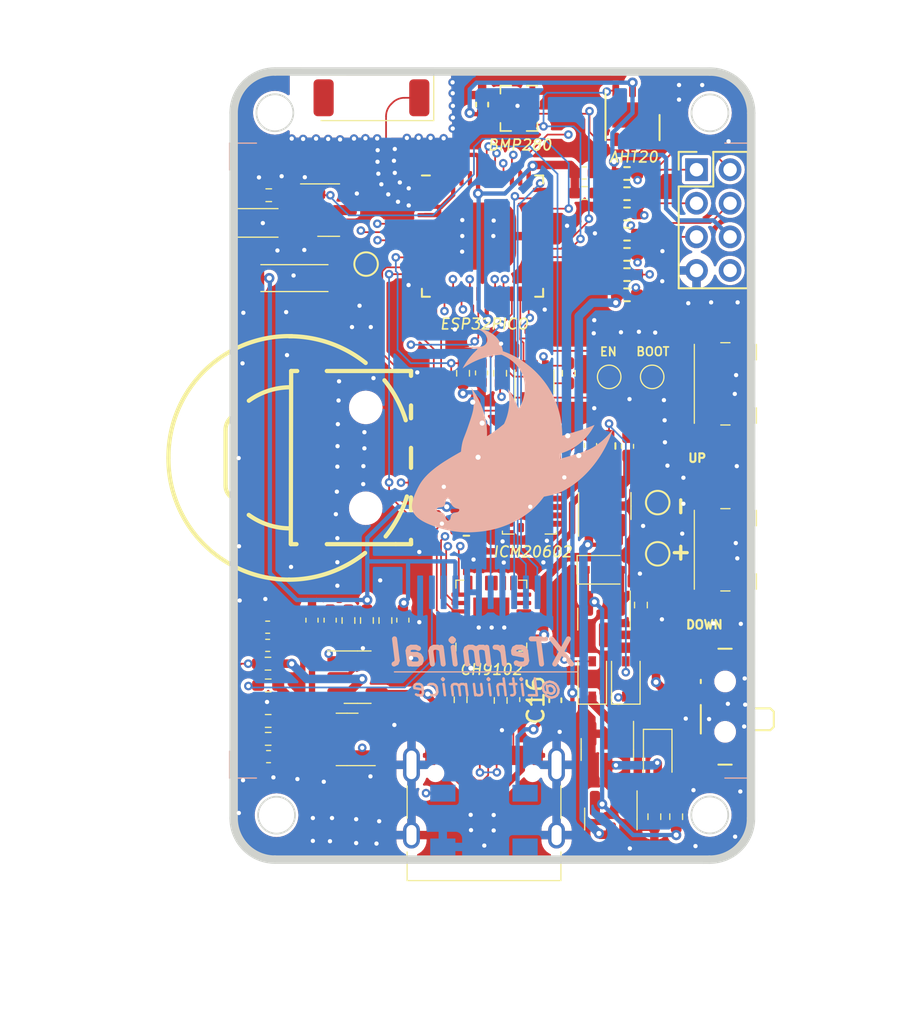
<source format=kicad_pcb>
(kicad_pcb (version 20211014) (generator pcbnew)
  (layers (0 "F.Cu" signal) (1 "In1.Cu" signal "GND") (2 "In2.Cu" signal "PWR") (31 "B.Cu" signal) (34 "B.Paste" user) (35 "F.Paste" user) (36 "B.SilkS" user "B.Silkscreen") (37 "F.SilkS" user "F.Silkscreen") (38 "B.Mask" user) (39 "F.Mask" user) (44 "Edge.Cuts" user))
  (net 0 "")
  (net 1 "GND")
  (net 2 "+3V3")
  (net 3 "/BAT_DET")
  (net 4 "Net-(BZ1-Pad2)")
  (net 5 "/ESP_EN")
  (net 6 "+3.3VA")
  (net 7 "Net-(AE1-Pad1)")
  (net 8 "+BATT")
  (net 9 "/VCC_SYS_IN")
  (net 10 "/GPIO21")
  (net 11 "/KEY1_RAW")
  (net 12 "/GPIO27")
  (net 13 "/CH340_DTR")
  (net 14 "/CH340_RTS")
  (net 15 "Net-(R10-Pad1)")
  (net 16 "/ESP_BOOT")
  (net 17 "/VCC_SYS")
  (net 18 "/BUZZ")
  (net 19 "/GPIO12")
  (net 23 "Net-(Q6-Pad3)")
  (net 28 "/GPIO13")
  (net 29 "/CHG_DET")
  (net 30 "/GPIO35")
  (net 31 "/GPIO36")
  (net 32 "/GPIO39")
  (net 37 "/GPIO34")
  (net 38 "/GPIO32")
  (net 39 "/GPIO33")
  (net 40 "/GPIO14")
  (net 41 "/GPIO15")
  (net 42 "/GPIO2")
  (net 43 "VBUS")
  (net 44 "/USB_PWR_DP")
  (net 45 "/USB_PWR_DM")
  (net 46 "/GPIO4")
  (net 47 "/AHT_SCL")
  (net 48 "/AHT_SDA")
  (net 49 "/GPIO18")
  (net 50 "/GPIO23")
  (net 51 "/GPIO19")
  (net 52 "/CH340_TXD")
  (net 53 "/CH340_RXD")
  (net 54 "/GPIO22")
  (net 55 "/GPIO26")
  (net 56 "Net-(C5-Pad1)")
  (net 57 "Net-(C8-Pad1)")
  (net 58 "Net-(D3-Pad1)")
  (net 59 "Net-(D4-Pad1)")
  (net 60 "Net-(D5-Pad2)")
  (net 61 "Net-(Q5-Pad5)")
  (net 62 "Net-(Q5-Pad2)")
  (net 63 "Net-(R2-Pad1)")
  (net 64 "Net-(R3-Pad2)")
  (net 65 "Net-(R6-Pad2)")
  (net 66 "Net-(R13-Pad1)")
  (net 67 "Net-(R20-Pad2)")
  (net 76 "Net-(C13-Pad2)")
  (net 85 "/GPIO25")
  (net 91 "Net-(SW1-Pad3)")
  (footprint "Package_TO_SOT_SMD:SOT-23-5" (layer "F.Cu") (at 195.925715 113.5925)
    (fp_text reference "U5" hide)
    (fp_text value "MCP73831-2-OT")
  )
  (footprint "Package_TO_SOT_SMD:SOT-23" (layer "F.Cu") (at 195.3 117.3 180)
    (fp_text reference "Q6" hide)
    (fp_text value "AO3400 Q_NMOS_GSD")
  )
  (footprint "Capacitor_SMD:C_0402_1005Metric_Pad0.74x0.62mm_HandSolder" (layer "F.Cu") (at 209.43 83.57625 180)
    (fp_text reference "C1" hide)
    (fp_text value "100nF")
  )
  (footprint "Connector_PinHeader_2.00mm:PinHeader_2x04_P2.00mm_Vertical" (layer "F.Cu") (at 216.11 83.38)
    (fp_text reference "J2" hide)
    (fp_text value "Conn_01x07")
  )
  (footprint "Capacitor_SMD:C_0402_1005Metric_Pad0.74x0.62mm_HandSolder" (layer "F.Cu") (at 207.7 114.9675 90)
    (fp_text reference "C16")
    (fp_text value "100nF")
  )
  (footprint "Resistor_SMD:R_0402_1005Metric_Pad0.72x0.64mm_HandSolder" (layer "F.Cu") (at 212.8 109.3 -90)
    (fp_text reference "R7" hide)
    (fp_text value "10K")
  )
  (footprint "Diode_SMD:D_SOD-323" (layer "F.Cu") (at 210.5 107.2)
    (fp_text reference "D2" hide)
    (fp_text value "D_Small")
  )
  (footprint "Diode_SMD:D_SOD-323" (layer "F.Cu") (at 190.1355 86.548)
    (fp_text reference "D1" hide)
    (fp_text value "D_Small")
  )
  (footprint "Resistor_SMD:R_0402_1005Metric_Pad0.72x0.64mm_HandSolder" (layer "F.Cu") (at 211.9725 86.015)
    (fp_text reference "R22" hide)
    (fp_text value "10K")
  )
  (footprint "TestPoint:TestPoint_Pad_D1.0mm" (layer "F.Cu") (at 213.8 106.25 -90)
    (fp_text reference "TP3" hide)
    (fp_text value "TestPoint")
  )
  (footprint "Capacitor_SMD:C_0402_1005Metric_Pad0.74x0.62mm_HandSolder" (layer "F.Cu") (at 204.674 99.7865 90)
    (fp_text reference "C2" hide)
    (fp_text value "10uF")
  )
  (footprint "Button_Switch_SMD:Panasonic_EVQPUJ_EVQPUA" (layer "F.Cu") (at 217.83 96.13 -90)
    (fp_text reference "SW4" hide)
    (fp_text value "SW_Push")
  )
  (footprint "Capacitor_SMD:C_0402_1005Metric_Pad0.74x0.62mm_HandSolder" (layer "F.Cu") (at 190.62 118.32475)
    (fp_text reference "C12" hide)
    (fp_text value "0.1uF")
  )
  (footprint "Resistor_SMD:R_0402_1005Metric_Pad0.72x0.64mm_HandSolder" (layer "F.Cu") (at 190.6 114.08525 180)
    (fp_text reference "R20" hide)
    (fp_text value "10R")
  )
  (footprint "Package_TO_SOT_SMD:SOT-23" (layer "F.Cu") (at 210.8 117.9 -90)
    (fp_text reference "Q3" hide)
    (fp_text value "AO3400 Q_NMOS_GSD")
  )
  (footprint "Resistor_SMD:R_0402_1005Metric_Pad0.72x0.64mm_HandSolder" (layer "F.Cu") (at 195.38 110.22 90)
    (fp_text reference "R8" hide)
    (fp_text value "1K")
  )
  (footprint "TestPoint:TestPoint_Pad_D1.0mm" (layer "F.Cu") (at 196.4305 89)
    (fp_text reference "TP4" hide)
    (fp_text value "TestPoint")
  )
  (footprint "Resistor_SMD:R_0402_1005Metric_Pad0.72x0.64mm_HandSolder" (layer "F.Cu") (at 204.446 114.98 90)
    (fp_text reference "R10" hide)
    (fp_text value "5.1K")
  )
  (footprint "Resistor_SMD:R_0402_1005Metric_Pad0.72x0.64mm_HandSolder" (layer "F.Cu") (at 208.5 95.5 -90)
    (fp_text reference "R16" hide)
    (fp_text value "10K")
  )
  (footprint "kicad_lceda:SW-SMD_SIQ-02FVS3_1" (layer "F.Cu") (at 194.346 100.535 90)
    (fp_text reference "U8" hide)
    (fp_text value "SIQ-02FVS3_1")
  )
  (footprint "Package_DFN_QFN:QFN-24-1EP_4x4mm_P0.5mm_EP2.15x2.15mm" (layer "F.Cu") (at 203.89 109.93 90)
    (fp_text reference "U6" hide)
    (fp_text value "CH9102")
  )
  (footprint "Resistor_SMD:R_0402_1005Metric_Pad0.72x0.64mm_HandSolder" (layer "F.Cu") (at 202.4025 101.0225 180)
    (fp_text reference "R28" hide)
    (fp_text value "10K")
  )
  (footprint "Package_TO_SOT_SMD:SOT-363_SC-70-6" (layer "F.Cu") (at 206.4565 96 90)
    (fp_text reference "Q5" hide)
    (fp_text value "BC847BS")
  )
  (footprint "Capacitor_SMD:C_0402_1005Metric_Pad0.74x0.62mm_HandSolder" (layer "F.Cu") (at 203.342822 79.505 90)
    (fp_text reference "C15" hide)
    (fp_text value "100nF")
  )
  (footprint "TestPoint:TestPoint_Pad_D1.0mm" (layer "F.Cu") (at 213.47 95.716 90)
    (fp_text reference "TP2" hide)
    (fp_text value "TestPoint")
  )
  (footprint "Resistor_SMD:R_0402_1005Metric_Pad0.72x0.64mm_HandSolder" (layer "F.Cu") (at 202.4025 103.535832)
    (fp_text reference "R3" hide)
    (fp_text value "20K")
  )
  (footprint "Capacitor_SMD:C_0402_1005Metric_Pad0.74x0.62mm_HandSolder" (layer "F.Cu") (at 198.62 110.1975 -90)
    (fp_text reference "C14" hide)
    (fp_text value "100nF")
  )
  (footprint "Resistor_SMD:R_0402_1005Metric_Pad0.72x0.64mm_HandSolder" (layer "F.Cu") (at 190.633 84.9 180)
    (fp_text reference "R1" hide)
    (fp_text value "10K")
  )
  (footprint "Resistor_SMD:R_0402_1005Metric_Pad0.72x0.64mm_HandSolder" (layer "F.Cu") (at 214.9 121.9 90)
    (fp_text reference "R11" hide)
    (fp_text value "10K")
  )
  (footprint "Package_TO_SOT_SMD:SOT-23" (layer "F.Cu") (at 211.01 122.038 -90)
    (fp_text reference "Q4" hide)
    (fp_text value "AO3401 Q_PMOS_GSD")
  )
  (footprint "Package_LGA:LGA-16_3x3mm_P0.5mm_LayoutBorder3x5y" (layer "F.Cu") (at 206.16 103.4625)
    (fp_text reference "U2" hide)
    (fp_text value "ICM-20602")
  )
  (footprint "Capacitor_SMD:C_0402_1005Metric_Pad0.74x0.62mm_HandSolder" (layer "F.Cu") (at 190.5675 110.619143 180)
    (fp_text reference "C11" hide)
    (fp_text value "100nF")
  )
  (footprint "Resistor_SMD:R_0402_1005Metric_Pad0.72x0.64mm_HandSolder" (layer "F.Cu") (at 190.5875 112.790857 180)
    (fp_text reference "R14" hide)
    (fp_text value "100K")
  )
  (footprint "Capacitor_SMD:C_0402_1005Metric_Pad0.74x0.62mm_HandSolder" (layer "F.Cu") (at 194.289143 110.2 -90)
    (fp_text reference "D4" hide)
    (fp_text value "LED_Small")
  )
  (footprint "Connector_USB:USB_C_Receptacle_XKB_U262-16XN-4BVC11" (layer "F.Cu") (at 203.454 121.92)
    (fp_text reference "U3" hide)
    (fp_text value "USBC")
  )
  (footprint "Button_Switch_SMD:SW_SPDT_PCM12" (layer "F.Cu") (at 217.485 115.35 90)
    (fp_text reference "SW1" hide)
    (fp_text value "SW_Push_SPDT")
  )
  (footprint "Capacitor_SMD:C_0402_1005Metric_Pad0.74x0.62mm_HandSolder" (layer "F.Cu") (at 205.94 114.93 90)
    (fp_text reference "C13" hide)
    (fp_text value "100nF")
  )
  (footprint "Resistor_SMD:R_0402_1005Metric_Pad0.72x0.64mm_HandSolder" (layer "F.Cu") (at 202.4025 104.7925 180)
    (fp_text reference "R27" hide)
    (fp_text value "10K")
  )
  (footprint "Resistor_SMD:R_0402_1005Metric_Pad0.72x0.64mm_HandSolder" (layer "F.Cu") (at 211.9725 84.81125)
    (fp_text reference "R25" hide)
    (fp_text value "10K")
  )
  (footprint "Diode_SMD:D_SOD-323" (layer "F.Cu") (at 213.8 118.2 -90)
    (fp_text reference "D5" hide)
    (fp_text value "D_Small")
  )
  (footprint "Resistor_SMD:R_0402_1005Metric_Pad0.72x0.64mm_HandSolder" (layer "F.Cu") (at 190.6 116.2)
    (fp_text reference "R19" hide)
    (fp_text value "10K")
  )
  (footprint "RF_Antenna:Johanson_2450AT43F0100" (layer "F.Cu") (at 196.75 79.1 180)
    (fp_text reference "AE1" hide)
    (fp_text value "Antenna")
  )
  (footprint "Library:DET402" (layer "F.Cu") (at 189.8615 89.836)
    (fp_text reference "BZ1" hide)
    (fp_text value "Buzzer")
  )
  (footprint "Resistor_SMD:R_0402_1005Metric_Pad0.72x0.64mm_HandSolder" (layer "F.Cu") (at 197.581715 110.22 -90)
    (fp_text reference "R6" hide)
    (fp_text value "2K")
  )
  (footprint "Resistor_SMD:R_0402_1005Metric_Pad0.72x0.64mm_HandSolder" (layer "F.Cu") (at 196.480857 110.22 -90)
    (fp_text reference "R9" hide)
    (fp_text value "10K")
  )
  (footprint "Capacitor_SMD:C_0402_1005Metric_Pad0.74x0.62mm_HandSolder" (layer "F.Cu") (at 206.706 99.7865 90)
    (fp_text reference "C4" hide)
    (fp_text value "10nF")
  )
  (footprint "Resistor_SMD:R_0402_1005Metric_Pad0.72x0.64mm_HandSolder" (layer "F.Cu") (at 209.45 84.77 180)
    (fp_text reference "R4" hide)
    (fp_text value "0R")
  )
  (footprint "Button_Switch_SMD:Panasonic_EVQPUJ_EVQPUA" (layer "F.Cu") (at 217.83 106.01 -90)
    (fp_text reference "SW5" hide)
    (fp_text value "SW_Push")
  )
  (footprint "Capacitor_SMD:C_0402_1005Metric_Pad0.74x0.62mm_HandSolder" (layer "F.Cu") (at 205.69 99.7865 90)
    (fp_text reference "C3" hide)
    (fp_text value "100nF")
  )
  (footprint "Package_LGA:Bosch_LGA-8_2x2.5mm_P0.65mm_ClockwisePinNumbering" (layer "F.Cu") (at 205.532822 79.725 -90)
    (fp_text reference "U9" hide)
    (fp_text value "BMP280")
  )
  (footprint "Capacitor_SMD:C_0402_1005Metric_Pad0.74x0.62mm_HandSolder" (layer "F.Cu") (at 212 99.85 90)
    (fp_text reference "C8" hide)
    (fp_text value "10nF")
  )
  (footprint "TestPoint:TestPoint_Pad_D1.0mm" (layer "F.Cu") (at 213.8 103.2 -90)
    (fp_text reference "TP5" hide)
    (fp_text value "TestPoint")
  )
  (footprint "Package_TO_SOT_SMD:SOT-23-5" (layer "F.Cu") (at 210.65 103.405 90)
    (fp_text reference "U4" hide)
    (fp_text value "MIC5219-3.3YM5")
  )
  (footprint "Resistor_SMD:R_0402_1005Metric_Pad0.72x0.64mm_HandSolder" (layer "F.Cu") (at 190.6 117.267375)
    (fp_text reference "R15" hide)
    (fp_text value "100K")
  )
  (footprint "Resistor_SMD:R_0402_1005Metric_Pad0.72x0.64mm_HandSolder" (layer "F.Cu") (at 211.9725 88.4225)
    (fp_text reference "R21" hide)
    (fp_text value "10K")
  )
  (footprint "Package_TO_SOT_SMD:SOT-23" (layer "F.Cu") (at 194.2015 85.786)
    (fp_text reference "Q1" hide)
    (fp_text value "AO3400 Q_NMOS_GSD")
  )
  (footprint "Capacitor_SMD:C_0402_1005Metric_Pad0.74x0.62mm_HandSolder" (layer "F.Cu") (at 203.3095 95.48 -90)
    (fp_text reference "C6" hide)
    (fp_text value "1uF")
  )
  (footprint "Capacitor_SMD:C_0402_1005Metric_Pad0.74x0.62mm_HandSolder" (layer "F.Cu") (at 207.722 99.7865 90)
    (fp_text reference "C5" hide)
    (fp_text value "100nF")
  )
  (footprint "Package_DFN_QFN:DFN-6-1EP_3x3mm_P1mm_EP1.5x2.4mm" (layer "F.Cu") (at 212.3 80.125 -90)
    (fp_text reference "U10" hide)
    (fp_text value "AHT20")
  )
  (footprint "Capacitor_SMD:C_0402_1005Metric_Pad0.74x0.62mm_HandSolder" (layer "F.Cu") (at 209.8 99.8 90)
    (fp_text reference "C9" hide)
    (fp_text value "10uF")
  )
  (footprint "Resistor_SMD:R_0402_1005Metric_Pad0.72x0.64mm_HandSolder" (layer "F.Cu") (at 202.4025 102.279166 180)
    (fp_text reference "R2" hide)
    (fp_text value "20K")
  )
  (footprint "Resistor_SMD:R_0402_1005Metric_Pad0.72x0.64mm_HandSolder" (layer "F.Cu") (at 211.9725 83.6075)
    (fp_text reference "R24" hide)
    (fp_text value "10K")
  )
  (footprint "Resistor_SMD:R_0402_1005Metric_Pad0.72x0.64mm_HandSolder" (layer "F.Cu") (at 202.206 95.5 90)
    (fp_text reference "R5" hide)
    (fp_text value "10K")
  )
  (footprint "Resistor_SMD:R_0402_1005Metric_Pad0.72x0.64mm_HandSolder" (layer "F.Cu") (at 204.413 95.5 -90)
    (fp_text reference "R17" hide)
    (fp_text value "10K")
  )
  (footprint "Resistor_SMD:R_0402_1005Metric_Pad0.72x0.64mm_HandSolder" (layer "F.Cu") (at 213.6 121.9 -90)
    (fp_text reference "R12" hide)
    (fp_text value "10K")
  )
  (footprint "TestPoint:TestPoint_Pad_D1.0mm" (layer "F.Cu") (at 210.91 95.716 90)
    (fp_text reference "TP1" hide)
    (fp_text value "TestPoint")
  )
  (footprint "Resistor_SMD:R_0402_1005Metric_Pad0.72x0.64mm_HandSolder" (layer "F.Cu") (at 210.9 99.83 90)
    (fp_text reference "R26" hide)
    (fp_text value "10K")
  )
  (footprint "Diode_SMD:D_SOD-323" (layer "F.Cu") (at 211.9 113.7 90)
    (fp_text reference "D6" hide)
    (fp_text value "D_Small")
  )
  (footprint "Resistor_SMD:R_0402_1005Metric_Pad0.72x0.64mm_HandSolder" (layer "F.Cu") (at 202.06 114.94 90)
    (fp_text reference "R13" hide)
    (fp_text value "5.1K")
  )
  (footprint "Resistor_SMD:R_0402_1005Metric_Pad0.72x0.64mm_HandSolder" (layer "F.Cu") (at 211.9725 89.62625)
    (fp_text reference "R29" hide)
    (fp_text value "10K")
  )
  (footprint "Capacitor_SMD:C_0402_1005Metric_Pad0.74x0.62mm_HandSolder" (layer "F.Cu") (at 190.5675 111.7 180)
    (fp_text reference "C10" hide)
    (fp_text value "10uF")
  )
  (footprint "1.XTerminal:QFN-48-7x7mm" (layer "F.Cu") (at 203.385 87.345)
    (fp_text reference "U1" hide)
    (fp_text value "ESP32-PICO-D4")
  )
  (footprint "Package_TO_SOT_SMD:SOT-23" (layer "F.Cu") (at 210.6 110.1375 -90)
    (fp_text reference "Q2" hide)
    (fp_text value "AO3401 Q_PMOS_GSD")
  )
  (footprint "Resistor_SMD:R_0402_1005Metric_Pad0.72x0.64mm_HandSolder" (layer "F.Cu") (at 211.9725 90.83)
    (fp_text reference "R30" hide)
    (fp_text value "10K")
  )
  (footprint "Diode_SMD:D_SOD-323" (layer "F.Cu") (at 209.9 113.7 90)
    (fp_text reference "D3" hide)
    (fp_text value "D_Small")
  )
  (footprint "Resistor_SMD:R_0402_1005Metric_Pad0.72x0.64mm_HandSolder" (layer "F.Cu") (at 211.9725 87.21875)
    (fp_text reference "R23" hide)
    (fp_text value "10K")
  )
  (footprint "Capacitor_SMD:C_0402_1005Metric_Pad0.74x0.62mm_HandSolder" (layer "F.Cu") (at 193.208286 110.2 -90)
    (fp_text reference "C7" hide)
    (fp_text value "10uF")
  )
  (footprint "LOGO" (layer "B.Cu") (at 204.84 99.06 180)
    (fp_text reference "G***")
    (fp_text value "LOGO" hide)
  )
  (footprint "1.XTerminal:WS2812B-clear" (layer "B.Cu") (at 203.43 124.94 180)
    (fp_text reference "D7" hide)
    (fp_text value "WS2812B")
  )
  (footprint "Library:LCD-ST7789-1.54-12PINS" (layer "B.Cu") (at 199.65 108.54)
    (fp_text reference "U7" hide)
    (fp_text value "LCD")
  )
  (gr_line (start 209.04 113.28) (end 198.118 113.28) (layer "B.SilkS") (width 0.0762))
  (gr_line (start 188.3 119.6) (end 188.3 118) (layer "B.SilkS") (width 0.0762))
  (gr_line (start 188.3 81.8) (end 188.3 83.4) (layer "B.SilkS") (width 0.0762))
  (gr_line (start 219.4 119.6) (end 217.8 119.6) (layer "B.SilkS") (width 0.0762))
  (gr_line (start 219.4 81.8) (end 219.4 83.4) (layer "B.SilkS") (width 0.0762))
  (gr_line (start 219.4 119.6) (end 219.4 118) (layer "B.SilkS") (width 0.0762))
  (gr_line (start 219.4 81.8) (end 217.8 81.8) (layer "B.SilkS") (width 0.0762))
  (gr_line (start 188.3 81.8) (end 189.9 81.8) (layer "B.SilkS") (width 0.0762))
  (gr_line (start 188.3 119.6) (end 189.9 119.6) (layer "B.SilkS") (width 0.0762))
  (gr_arc (start 191.000002 124.455278) (mid 189.256974 123.73) (end 188.542946 121.982334) (layer "Edge.Cuts") (width 0.5))
  (gr_line (start 191.01464 77.534145) (end 216.911133 77.539949) (layer "Edge.Cuts") (width 0.5))
  (gr_line (start 219.368189 80.012893) (end 219.357105 121.999998) (layer "Edge.Cuts") (width 0.5))
  (gr_circle (center 191.096974 121.81) (end 192.196974 121.81) (layer "Edge.Cuts") (width 0.1) (fill none))
  (gr_arc (start 219.357105 121.999998) (mid 218.631827 123.743026) (end 216.884161 124.457054) (layer "Edge.Cuts") (width 0.5))
  (gr_arc (start 188.541696 79.991201) (mid 189.266973 78.248172) (end 191.01464 77.534145) (layer "Edge.Cuts") (width 0.5))
  (gr_circle (center 216.911135 79.997054) (end 218.011135 79.997054) (layer "Edge.Cuts") (width 0.1) (fill none))
  (gr_circle (center 216.9 121.797054) (end 218 121.797054) (layer "Edge.Cuts") (width 0.1) (fill none))
  (gr_circle (center 190.998798 79.991196) (end 192.098798 79.991196) (layer "Edge.Cuts") (width 0.1) (fill none))
  (gr_line (start 188.542946 121.97) (end 188.541696 79.991201) (layer "Edge.Cuts") (width 0.5))
  (gr_arc (start 216.911133 77.539949) (mid 218.654161 78.265227) (end 219.368189 80.012893) (layer "Edge.Cuts") (width 0.5))
  (gr_line (start 216.884161 124.457054) (end 190.99 124.455278) (layer "Edge.Cuts") (width 0.5))
  (gr_text "@Lithiumice" (at 203.6438 114.2136) (layer "B.SilkS") (effects (font (size 1 1) (thickness 0.15) italic) (justify mirror)))
  (gr_text "XTerminal\n" (at 203.373805 112.1336) (layer "B.SilkS") (effects (font (size 1.5 1.5) (thickness 0.3) italic) (justify mirror)))
  (gr_text "UP" (at 216.15 100.55) (layer "F.SilkS") (effects (font (size 0.508 0.508) (thickness 0.127))))
  (gr_text "DOWN" (at 216.58 110.47) (layer "F.SilkS") (effects (font (size 0.508 0.508) (thickness 0.127))))
  (gr_text "+  -" (at 215.1 104.8 90) (layer "F.SilkS") (effects (font (size 1 1) (thickness 0.2))))
  (gr_text "ESP32PICO" (at 203.47 92.57) (layer "F.SilkS") (effects (font (size 0.635 0.635) (thickness 0.1016) italic)))
  (gr_text "BMP280" (at 205.589988 81.909996) (layer "F.SilkS") (effects (font (size 0.635 0.635) (thickness 0.1016) italic)))
  (gr_text "EN" (at 210.86 94.22) (layer "F.SilkS") (effects (font (size 0.508 0.508) (thickness 0.1016))))
  (gr_text "CH9102" (at 203.880009 113.140007) (layer "F.SilkS") (effects (font (size 0.635 0.635) (thickness 0.1016) italic)))
  (gr_text "ICM20602" (at 206.350006 106.129988) (layer "F.SilkS") (effects (font (size 0.635 0.635) (thickness 0.1016) italic)))
  (gr_text "AHT20" (at 212.379992 82.63001) (layer "F.SilkS") (effects (font (size 0.635 0.635) (thickness 0.1016) italic)))
  (gr_text "BOOT" (at 213.51 94.21) (layer "F.SilkS") (effects (font (size 0.508 0.508) (thickness 0.1016))))
  (segment (start 203.3095 96.6905) (end 202.78 97.22) (width 0.254) (layer "F.Cu") (net 1))
  (segment (start 203.3095 96.0475) (end 203.3095 96.6905) (width 0.254) (layer "F.Cu") (net 1))
  (segment (start 208.439 99.219) (end 208.44 99.22) (width 0.254) (layer "F.Cu") (net 1))
  (segment (start 194.788215 113.5925) (end 195.2475 113.5925) (width 0.254) (layer "F.Cu") (net 1))
  (segment (start 195.84 112.27) (end 196.24 111.87) (width 0.254) (layer "F.Cu") (net 1))
  (segment (start 203.14 112.59) (end 202.67 113.06) (width 0.254) (layer "F.Cu") (net 1))
  (segment (start 207.722 99.219) (end 208.439 99.219) (width 0.254) (layer "F.Cu") (net 1))
  (segment (start 195.2475 113.5925) (end 195.84 113) (width 0.254) (layer "F.Cu") (net 1))
  (segment (start 195.84 113) (end 195.84 112.27) (width 0.254) (layer "F.Cu") (net 1))
  (segment (start 203.14 111.8675) (end 203.14 112.59) (width 0.254) (layer "F.Cu") (net 1))
  (via (at 217.98 115.18) (size 0.508) (drill 0.254) (layers "F.Cu" "B.Cu") (net 1))
  (via (at 215.26 105.05) (size 0.508) (drill 0.254) (layers "F.Cu" "B.Cu") (net 1))
  (via (at 196.33 99.01) (size 0.508) (drill 0.254) (layers "F.Cu" "B.Cu") (net 1))
  (via (at 212.14 123.79) (size 0.508) (drill 0.254) (layers "F.Cu" "B.Cu") (net 1))
  (via (at 188.84 100.55) (size 0.508) (drill 0.254) (layers "F.Cu" "B.Cu") (net 1))
  (via (at 215.07 78.34) (size 0.508) (drill 0.254) (layers "F.Cu" "B.Cu") (net 1))
  (via (at 214.07 90.02) (size 0.508) (drill 0.254) (layers "F.Cu" "B.Cu") (net 1))
  (via (at 205.45 79.58) (size 0.508) (drill 0.254) (layers "F.Cu" "B.Cu") (net 1))
  (via (at 204.47 93.74) (size 0.508) (drill 0.254) (layers "F.Cu" "B.Cu") (net 1))
  (via (at 209.99 93.12) (size 0.508) (drill 0.254) (layers "F.Cu" "B.Cu") (net 1))
  (via (at 198.96 90.25) (size 0.508) (drill 0.254) (layers "F.Cu" "B.Cu") (net 1))
  (via (at 196.39 81.51) (size 0.508) (drill 0.254) (layers "F.Cu" "B.Cu") (net 1))
  (via (at 202.67 113.06) (size 0.6096) (drill 0.3048) (layers "F.Cu" "B.Cu") (net 1))
  (via (at 204.56 105.51) (size 0.508) (drill 0.254) (layers "F.Cu" "B.Cu") (net 1))
  (via (at 198.33 85.29) (size 0.508) (drill 0.254) (layers "F.Cu" "B.Cu") (net 1))
  (via (at 198.97 84.49) (size 0.508) (drill 0.254) (layers "F.Cu" "B.Cu") (net 1))
  (via (at 202.66 121.79) (size 0.508) (drill 0.254) (layers "F.Cu" "B.Cu") (net 1))
  (via (at 201.58 78.18) (size 0.508) (drill 0.254) (layers "F.Cu" "B.Cu") (net 1))
  (via (at 195.84 123.47) (size 0.508) (drill 0.254) (layers "F.Cu" "B.Cu") (net 1))
  (via (at 215.47 116.06) (size 0.508) (drill 0.254) (layers "F.Cu" "B.Cu") (net 1))
  (via (at 210.02 97.58) (size 0.508) (drill 0.254) (layers "F.Cu" "B.Cu") (net 1))
  (via (at 197.12 82.22) (size 0.508) (drill 0.254) (layers "F.Cu" "B.Cu") (net 1))
  (via (at 204.03 122.72) (size 0.508) (drill 0.254) (layers "F.Cu" "B.Cu") (net 1))
  (via (at 218.41 123.09) (size 0.508) (drill 0.254) (layers "F.Cu" "B.Cu") (net 1))
  (via (at 190.43 108.94) (size 0.508) (drill 0.254) (layers "F.Cu" "B.Cu") (net 1))
  (via (at 192.11 89.68) (size 0.508) (drill 0.254) (layers "F.Cu" "B.Cu") (net 1))
  (via (at 216.45 78.34) (size 0.508) (drill 0.254) (layers "F.Cu" "B.Cu") (net 1))
  (via (at 212.68 93.03) (size 0.508) (drill 0.254) (layers "F.Cu" "B.Cu") (net 1))
  (via (at 203.47 123.62) (size 0.508) (drill 0.254) (layers "F.Cu" "B.Cu") (net 1))
  (via (at 218.72 120.4) (size 0.508) (drill 0.254) (layers "F.Cu" "B.Cu") (net 1))
  (via (at 194.17 81.55) (size 0.508) (drill 0.254) (layers "F.Cu" "B.Cu") (net 1))
  (via (at 216.05 123.65) (size 0.508) (drill 0.254) (layers "F.Cu" "B.Cu") (net 1))
  (via (at 198.09 82.85) (size 0.508) (drill 0.254) (layers "F.Cu" "B.Cu") (net 1))
  (via (at 202.83 106.59) (size 0.508) (drill 0.254) (layers "F.Cu" "B.Cu") (net 1))
  (via (at 191.72 94.42) (size 0.508) (drill 0.254) (layers "F.Cu" "B.Cu") (net 1))
  (via (at 216.86 116.09) (size 0.508) (drill 0.254) (layers "F.Cu" "B.Cu") (net 1))
  (via (at 190.91 119.56) (size 0.508) (drill 0.254) (layers "F.Cu" "B.Cu") (net 1))
  (via (at 207.07 91.71) (size 0.508) (drill 0.254) (layers "F.Cu" "B.Cu") (net 1))
  (via (at 218.47 95.61) (size 0.508) (drill 0.254) (layers "F.Cu" "B.Cu") (net 1))
  (via (at 214.38 101) (size 0.508) (drill 0.254) (layers "F.Cu" "B.Cu") (net 1))
  (via (at 202.16 86.38) (size 0.508) (drill 0.254) (layers "F.Cu" "B.Cu") (net 1))
  (via (at 192.68 81.55) (size 0.508) (drill 0.254) (layers "F.Cu" "B.Cu") (net 1))
  (via (at 194.72 106.75) (size 0.508) (drill 0.254) (layers "F.Cu" "B.Cu") (net 1))
  (via (at 216.98 91.28) (size 0.508) (drill 0.254) (layers "F.Cu" "B.Cu") (net 1))
  (via (at 206.99 106.76) (size 0.508) (drill 0.254) (layers "F.Cu" "B.Cu") (net 1))
  (via (at 193.45 81.53) (size 0.508) (drill 0.254) (layers "F.Cu" "B.Cu") (net 1))
  (via (at 194.75 98.53) (size 0.508) (drill 0.254) (layers "F.Cu" "B.Cu") (net 1))
  (via (at 212.93 104.59) (size 0.508) (drill 0.254) (layers "F.Cu" "B.Cu") (net 1))
  (via (at 201.59 80.93) (size 0.508) (drill 0.254) (layers "F.Cu" "B.Cu") (net 1))
  (via (at 194.4 121.98) (size 0.508) (drill 0.254) (layers "F.Cu" "B.Cu") (net 1))
  (via (at 194.28 123.36) (size 0.508) (drill 0.254) (layers "F.Cu" "B.Cu") (net 1))
  (via (at 198.44 84.14) (size 0.508) (drill 0.254) (layers "F.Cu" "B.Cu") (net 1))
  (via (at 210.06 87.17) (size 0.508) (drill 0.254) (layers "F.Cu" "B.Cu") (net 1))
  (via (at 203.14 110.64) (size 0.508) (drill 0.254) (layers "F.Cu" "B.Cu") (net 1))
  (via (at 195.59 92.75) (size 0.508) (drill 0.254) (layers "F.Cu" "B.Cu") (net 1))
  (via (at 189.07 94.91) (size 0.508) (drill 0.254) (layers "F.Cu" "B.Cu") (net 1))
  (via (at 204.01 87.33) (size 0.508) (drill 0.254) (layers "F.Cu" "B.Cu") (net 1))
  (via (at 198.97 85.51) (size 0.508) (drill 0.254) (layers "F.Cu" "B.Cu") (net 1))
  (via (at 212.74 107.43) (size 0.508) (drill 0.254) (layers "F.Cu" "B.Cu") (net 1))
  (via (at 203.91 110.64) (size 0.508) (drill 0.254) (layers "F.Cu" "B.Cu") (net 1))
  (via (at 201.6 80.28) (size 0.508) (drill 0.254) (layers "F.Cu" "B.Cu") (net 1))
  (via (at 213.65 93.08) (size 0.508) (drill 0.254) (layers "F.Cu" "B.Cu") (net 1))
  (via (at 199.11 112.45) (size 0.508) (drill 0.254) (layers "F.Cu" "B.Cu") (net 1))
  (via (at 207.96 116.85) (size 0.508) (drill 0.254) (layers "F.Cu" "B.Cu") (net 1))
  (via (at 196.04 91.48) (size 0.508) (drill 0.254) (layers "F.Cu" "B.Cu") (net 1))
  (via (at 191.4 83.77) (size 0.508) (drill 0.254) (layers "F.Cu" "B.Cu") (net 1))
  (via (at 198.86 81.49) (size 0.508) (drill 0.254) (layers "F.Cu" "B.Cu") (net 1))
  (via (at 192 81.53) (size 0.508) (drill 0.254) (layers "F.Cu" "B.Cu") (net 1))
  (via (at 199.56 81.48) (size 0.508) (drill 0.254) (layers "F.Cu" "B.Cu") (net 1))
  (via (at 208.238 101.7) (size 0.508) (drill 0.254) (layers "F.Cu" "B.Cu") (net 1))
  (via (at 199.6 110.32) (size 0.508) (drill 0.254) (layers "F.Cu" "B.Cu") (net 1))
  (via (at 207.2 105.47) (size 0.508) (drill 0.254) (layers "F.Cu" "B.Cu") (net 1))
  (via (at 196.71 92.75) (size 0.508) (drill 0.254) (layers "F.Cu" "B.Cu") (net 1))
  (via (at 198.14 82.15) (size 0.508) (drill 0.254) (layers "F.Cu" "B.Cu") (net 1))
  (via (at 214.21 98.3) (size 0.508) (drill 0.254) (layers "F.Cu" "B.Cu") (net 1))
  (via (at 212.12 97.04) (size 0.508) (drill 0.254) (layers "F.Cu" "B.Cu") (net 1))
  (via (at 194.69 102.55) (size 0.508) (drill 0.254) (layers "F.Cu" "B.Cu") (net 1))
  (via (at 194.72 105.32) (size 0.508) (drill 0.254) (layers "F.Cu" "B.Cu") (net 1))
  (via (at 193.91 119.82) (size 0.508) (drill 0.254) (layers "F.Cu" "B.Cu") (net 1))
  (via (at 188.85 121.68) (size 0.508) (drill 0.254) (layers "F.Cu" "B.Cu") (net 1))
  (via (at 201.72 92.89) (size 0.508) (drill 0.254) (layers "F.Cu" "B.Cu") (net 1))
  (via (at 190.28 86.56) (size 0.508) (drill 0.254) (layers "F.Cu" "B.Cu") (net 1))
  (via (at 197.09 81.52) (size 0.508) (drill 0.254) (layers "F.Cu" "B.Cu") (net 1))
  (via (at 199.48 95.45) (size 0.508) (drill 0.254) (layers "F.Cu" "B.Cu") (net 1))
  (via (at 215.93 120.32) (size 0.508) (drill 0.254) (layers "F.Cu" "B.Cu") (net 1))
  (via (at 214.08 88.23) (size 0.508) (drill 0.254) (layers "F.Cu" "B.Cu") (net 1))
  (via (at 188.86 105.8) (size 0.508) (drill 0.254) (layers "F.Cu" "B.Cu") (net 1))
  (via (at 191.15 88.19) (size 0.508) (drill 0.254) (layers "F.Cu" "B.Cu") (net 1))
  (via (at 190.05 83.84) (size 0.508) (drill 0.254) (layers "F.Cu" "B.Cu") (net 1))
  (via (at 218.02 81.69) (size 0.508) (drill 0.254) (layers "F.Cu" "B.Cu") (net 1))
  (via (at 201.05 81.51) (size 0.508) (drill 0.254) (layers "F.Cu" "B.Cu") (net 1))
  (via (at 218.39 96.73) (size 0.508) (drill 0.254) (layers "F.Cu" "B.Cu") (net 1))
  (via (at 195.84 122.05) (size 0.508) (drill 0.254) (layers "F.Cu" "B.Cu") (net 1))
  (via (at 196.33 99.97) (size 0.508) (drill 0.254) (layers "F.Cu" "B.Cu") (net 1))
  (via (at 204.66 110.64) (size 0.508) (drill 0.254) (layers "F.Cu" "B.Cu") (net 1))
  (via (at 200.27 81.49) (size 0.508) (drill 0.254) (layers "F.Cu" "B.Cu") (net 1))
  (via (at 215.33 101.72) (size 0.508) (drill 0.254) (layers "F.Cu" "B.Cu") (net 1))
  (via (at 197.16 83.62) (size 0.508) (drill 0.254) (layers "F.Cu" "B.Cu") (net 1))
  (via (at 189.12 91.9) (size 0.508) (drill 0.254) (layers "F.Cu" "B.Cu") (net 1))
  (via (at 190.53 115.07) (size 0.508) (drill 0.254) (layers "F.Cu" "B.Cu") (net 1))
  (via (at 201.6 79.58) (size 0.508) (drill 0.254) (layers "F.Cu" "B.Cu") (net 1))
  (via (at 196.27 101.03) (size 0.508) (drill 0.254) (layers "F.Cu" "B.Cu") (net 1))
  (via (at 196.26 102.1) (size 0.508) (drill 0.254) (layers "F.Cu" "B.Cu") (net 1))
  (via (at 192.78 83.83) (size 0.508) (drill 0.254) (layers "F.Cu" "B.Cu") (net 1))
  (via (at 204.03 121.8) (size 0.508) (drill 0.254) (layers "F.Cu" "B.Cu") (net 1))
  (via (at 194.72 101.06) (size 0.508) (drill 0.254) (layers "F.Cu" "B.Cu") (net 1))
  (via (at 211.61 93.06) (size 0.508) (drill 0.254) (layers "F.Cu" "B.Cu") (net 1))
  (via (at 215.07 79.21) (size 0.508) (drill 0.254) (layers "F.Cu" "B.Cu") (net 1))
  (via (at 218.98 113.67) (size 0.508) (drill 0.254) (layers "F.Cu" "B.Cu") (net 1))
  (via (at 202.16 87.33) (size 0.508) (drill 0.254) (layers "F.Cu" "B.Cu") (net 1))
  (via (at 193.26 123.34) (size 0.508) (drill 0.254) (layers "F.Cu" "B.Cu") (net 1))
  (via (at 197.34 84.25) (size 0.508) (drill 0.254) (layers "F.Cu" "B.Cu") (net 1))
  (via (at 196.87 95.79) (size 0.508) (drill 0.254) (layers "F.Cu" "B.Cu") (net 1))
  (via (at 194.88 81.58) (size 0.508) (drill 0.254) (layers "F.Cu" "B.Cu") (net 1))
  (via (at 206.21 103.45) (size 0.508) (drill 0.254) (layers "F.Cu" "B.Cu") (net 1))
  (via (at 214.17 97.1) (size 0.508) (drill 0.254) (layers "F.Cu" "B.Cu") (net 1))
  (via (at 218.95 116.53) (size 0.508) (drill 0.254) (layers "F.Cu" "B.Cu") (net 1))
  (via (at 197.11 82.91) (size 0.508) (drill 0.254) (layers "F.Cu" "B.Cu") (net 1))
  (via (at 218.45 105.61) (size 0.508) (drill 0.254) (layers "F.Cu" "B.Cu") (net 1))
  (via (at 202.78 97.22) (size 0.6096) (drill 0.3048) (layers "F.Cu" "B.Cu") (net 1))
  (via (at 201.59 78.83) (size 0.508) (drill 0.254) (layers "F.Cu" "B.Cu") (net 1))
  (via (at 197.05 123.5) (size 0.508) (drill 0.254) (layers "F.Cu" "B.Cu") (net 1))
  (via (at 199.6 106.14) (size 0.508) (drill 0.254) (layers "F.Cu" "B.Cu") (net 1))
  (via (at 194.72 108.15) (size 0.508) (drill 0.254) (layers "F.Cu" "B.Cu") (net 1))
  (via (at 218.51 101.03) (size 0.508) (drill 0.254) (layers "F.Cu" "B.Cu") (net 1))
  (via (at 191.96 107.03) (size 0.508) (drill 0.254) (layers "F.Cu" "B.Cu") (net 1))
  (via (at 217.12 110.39) (size 0.508) (drill 0.254) (layers "F.Cu" "B.Cu") (net 1))
  (via (at 188.9 109.03) (size 0.508) (drill 0.254) (layers "F.Cu" "B.Cu") (net 1))
  (via (at 189.1 119.73) (size 0.508) (drill 0.254) (layers "F.Cu" "B.Cu") (net 1))
  (via (at 214.23 99.61) (size 0.508) (drill 0.254) (layers "F.Cu" "B.Cu") (net 1))
  (via (at 210.02 92.34) (size 0.508) (drill 0.254) (layers "F.Cu" "B.Cu") (net 1))
  (via (at 215.33 103.27) (size 0.508) (drill 0.254) (layers "F.Cu" "B.Cu") (net 1))
  (via (at 215.62 91.33) (size 0.508) (drill 0.254) (layers "F.Cu" "B.Cu") (net 1))
  (via (at 191.67 91.86) (size 0.508) (drill 0.254) (layers "F.Cu" "B.Cu") (net 1))
  (via (at 194.82 95.98) (size 0.508) (drill 0.254) (layers "F.Cu" "B.Cu") (net 1))
  (via (at 196.24 111.87) (size 0.508) (drill 0.254) (layers "F.Cu" "B.Cu") (net 1))
  (via (at 194.63 103.89) (size 0.508) (drill 0.254) (layers "F.Cu" "B.Cu") (net 1))
  (via (at 219.01 115.23) (size 0.508) (drill 0.254) (layers "F.Cu" "B.Cu") (net 1))
  (via (at 194.73 99.84) (size 0.508) (drill 0.254) (layers "F.Cu" "B.Cu") (net 1))
  (via (at 196.69 119.5) (size 0.508) (drill 0.254) (layers "F.Cu" "B.Cu") (net 1))
  (via (at 218.56 91.28) (size 0.508) (drill 0.254) (layers "F.Cu" "B.Cu") (net 1))
  (via (at 197.27 107.83) (size 0.508) (drill 0.254) (layers "F.Cu" "B.Cu") (net 1))
  (via (at 198.14 83.57) (size 0.508) (drill 0.254) (layers "F.Cu" "B.Cu") (net 1))
  (via (at 204.52 116.75) (size 0.508) (drill 0.254) (layers "F.Cu" "B.Cu") (net 1))
  (via (at 201.06 102.26) (size 0.508) (drill 0.254) (layers "F.Cu" "B.Cu") (net 1))
  (via (at 208.44 99.22) (size 0.6096) (drill 0.3048) (layers "F.Cu" "B.Cu") (net 1))
  (via (at 202.68 122.7) (size 0.508) (drill 0.254) (layers "F.Cu" "B.Cu") (net 1))
  (via (at 192.75 88.16) (size 0.508) (drill 0.254) (layers "F.Cu" "B.Cu") (net 1))
  (via (at 197.75 84.85) (size 0.508) (drill 0.254) (layers "F.Cu" "B.Cu") (net 1))
  (via (at 208.4 86.72) (size 0.508) (drill 0.254) (layers "F.Cu" "B.Cu") (net 1))
  (via (at 218.54 106.52) (size 0.508) (drill 0.254) (layers "F.Cu" "B.Cu") (net 1))
  (via (at 204.03 86.41) (size 0.508) (drill 0.254) (layers "F.Cu" "B.Cu") (net 1))
  (via (at 192.34 119.66) (size 0.508) (drill 0.254) (layers "F.Cu" "B.Cu") (net 1))
  (via (at 197.21 122.17) (size 0.508) (drill 0.254) (layers "F.Cu" "B.Cu") (net 1))
  (via (at 195.88 84.8) (size 0.508) (drill 0.254) (layers "F.Cu" "B.Cu") (net 1))
  (via (at 214.05 110.15) (size 0.508) (drill 0.254) (layers "F.Cu" "B.Cu") (net 1))
  (via (at 202.15 88.26) (size 0.508) (drill 0.254) (layers "F.Cu" "B.Cu") (net 1))
  (via (at 195.71 81.53) (size 0.508) (drill 0.254) (layers "F.Cu" "B.Cu") (net 1))
  (via (at 218.75 110.42) (size 0.508) (drill 0.254) (layers "F.Cu" "B.Cu") (net 1))
  (via (at 198.114766 116.438187) (size 0.508) (drill 0.254) (layers "F.Cu" "B.Cu") (net 1))
  (via (at 194.79 97.12) (size 0.508) (drill 0.254) (layers "F.Cu" "B.Cu") (net 1))
  (via (at 204.63 106.77) (size 0.508) (drill 0.254) (layers "F.Cu" "B.Cu") (net 1))
  (via (at 193.26 121.98) (size 0.508) (drill 0.254) (layers "F.Cu" "B.Cu") (net 1))
  (segment (start 205.35 78.75) (end 206 79.4) (width 0.254) (layer "F.Cu") (net 2))
  (segment (start 209.7 100.4675) (end 209.8 100.3675) (width 0.508) (layer "F.Cu") (net 2))
  (segment (start 204.674 100.354) (end 203.7 99.38) (width 0.381) (layer "F.Cu") (net 2))
  (segment (start 205.66 100.384) (end 205.69 100.354) (width 0.254) (layer "F.Cu") (net 2))
  (segment (start 210.9 100.4275) (end 209.86 100.4275) (width 0.254) (layer "F.Cu") (net 2))
  (segment (start 203.342822 80.0725) (end 204.085322 80.0725) (width 0.254) (layer "F.Cu") (net 2))
  (segment (start 204.082822 80.07) (end 204.085322 80.0725) (width 0.254) (layer "F.Cu") (net 2))
  (segment (start 203.342822 80.0725) (end 202.6725 80.0725) (width 0.254) (layer "F.Cu") (net 2))
  (segment (start 189.0855 89.06) (end 189.0855 86.548) (width 0.254) (layer "F.Cu") (net 2))
  (segment (start 204.085322 80.0725) (end 204.710322 80.0725) (width 0.254) (layer "F.Cu") (net 2))
  (segment (start 211.2 82.9) (end 211.2 83.4325) (width 0.254) (layer "F.Cu") (net 2))
  (segment (start 209.7 102.2675) (end 209.7 100.4675) (width 0.508) (layer "F.Cu") (net 2))
  (segment (start 204.674 100.354) (end 204.935 100.615) (width 0.381) (layer "F.Cu") (net 2))
  (segment (start 211.375 84.81125) (end 210.08875 84.81125) (width 0.508) (layer "F.Cu") (net 2))
  (segment (start 203 104.730832) (end 201.805 103.535832) (width 0.254) (layer "F.Cu") (net 2))
  (segment (start 198.62 109.23) (end 198.68 109.17) (width 0.254) (layer "F.Cu") (net 2))
  (segment (start 206 79.4) (end 206.332822 79.4) (width 0.254) (layer "F.Cu") (net 2))
  (segment (start 198.62 109.63) (end 198.62 109.23) (width 0.254) (layer "F.Cu") (net 2))
  (segment (start 206.706 100.354) (end 204.674 100.354) (width 0.381) (layer "F.Cu") (net 2))
  (segment (start 196.480857 109.019143) (end 196.5 109) (width 0.254) (layer "F.Cu") (net 2))
  (segment (start 211.375 90.83) (end 211.375 91.225) (width 0.254) (layer "F.Cu") (net 2))
  (segment (start 211.375 83.6075) (end 211.375 91.225) (width 0.508) (layer "F.Cu") (net 2))
  (segment (start 212.3 78.675) (end 212.3 78.2) (width 0.254) (layer "F.Cu") (net 2))
  (segment (start 201.319419 103.535832) (end 201.233917 103.45033) (width 0.254) (layer "F.Cu") (net 2))
  (segment (start 203.7 99.38) (end 203.7 98.822429) (width 0.381) (layer "F.Cu") (net 2))
  (segment (start 208.7 103.2675) (end 209.7 102.2675) (width 0.381) (layer "F.Cu") (net 2))
  (segment (start 204.227822 78.75) (end 204.082822 78.895) (width 0.254) (layer "F.Cu") (net 2))
  (segment (start 203.6 106.1) (end 207.55839 106.1) (width 0.381) (layer "F.Cu") (net 2))
  (segment (start 209.1 100.4) (end 209.7675 100.4) (width 0.254) (layer "F.Cu") (net 2))
  (segment (start 207.7 115.535) (end 208.665 115.535) (width 0.254) (layer "F.Cu") (net 2))
  (segment (start 208.7201 115.4799) (end 208.7201 114.530858) (width 0.254) (layer "F.Cu") (net 2))
  (segment (start 207.7 115.535) (end 207.565 115.535) (width 0.254) (layer "F.Cu") (net 2))
  (segment (start 210.08875 84.81125) (end 210.0475 84.77) (width 0.508) (layer "F.Cu") (net 2))
  (segment (start 211.375 90.83) (end 211.375 83.6075) (width 0.254) (layer "F.Cu") (net 2))
  (segment (start 203 104.7925) (end 203 105.5) (width 0.381) (layer "F.Cu") (net 2))
  (segment (start 203 101.0225) (end 203 100.6) (width 0.254) (layer "F.Cu") (net 2))
  (segment (start 201.805 103.535832) (end 201.319419 103.535832) (width 0.254) (layer "F.Cu") (net 2))
  (segment (start 204.732822 78.75) (end 204.227822 78.75) (width 0.254) (layer "F.Cu") (net 2))
  (segment (start 204.082822 78.895) (end 204.082822 80.07) (width 0.254) (layer "F.Cu") (net 2))
  (segment (start 207.565 115.535) (end 206.4 116.7) (width 0.254) (layer "F.Cu") (net 2))
  (segment (start 204.935 100.615) (end 204.935 102.44508) (width 0.381) (layer "F.Cu") (net 2))
  (segment (start 203 100.6) (end 203.1 100.5) (width 0.254) (layer "F.Cu") (net 2))
  (segment (start 204.710322 80.0725) (end 204.732822 80.05) (width 0.254) (layer "F.Cu") (net 2))
  (segment (start 203 104.7925) (end 203 104.730832) (width 0.254) (layer "F.Cu") (net 2))
  (segment (start 209.1275 100.4275) (end 209.1 100.4) (width 0.508) (layer "F.Cu") (net 2))
  (segment (start 205.66 102.2375) (end 205.66 100.384) (width 0.254) (layer "F.Cu") (net 2))
  (segment (start 202.206 96.694) (end 202.2 96.7) (width 0.254) (layer "F.Cu") (net 2))
  (segment (start 203.7 98.822429) (end 203.344271 98.4667) (width 0.381) (layer "F.Cu") (net 2))
  (segment (start 209.86 100.4275) (end 209.8 100.3675) (width 0.254) (layer "F.Cu") (net 2))
  (segment (start 211.375 91.225) (end 211.3 91.3) (width 0.508) (layer "F.Cu") (net 2))
  (segment (start 210.9 100.4275) (end 209.1275 100.4275) (width 0.508) (layer "F.Cu") (net 2))
  (segment (start 203 105.5) (end 203.6 106.1) (width 0.381) (layer "F.Cu") (net 2))
  (segment (start 189.8615 89.836) (end 190.664 89.836) (width 0.254) (layer "F.Cu") (net 2))
  (segment (start 204.732822 78.75) (end 205.35 78.75) (width 0.254) (layer "F.Cu") (net 2))
  (segment (start 202.206 96.0975) (end 202.206 96.694) (width 0.254) (layer "F.Cu") (net 2))
  (segment (start 208.665 115.535) (end 208.7201 115.4799) (width 0.254) (layer "F.Cu") (net 2))
  (segment (start 189.8615 89.836) (end 189.0855 89.06) (width 0.254) (layer "F.Cu") (net 2))
  (segment (start 211.2 83.4325) (end 211.375 83.6075) (width 0.254) (layer "F.Cu") (net 2))
  (segment (start 207.55839 106.1) (end 208.7 104.95839) (width 0.381) (layer "F.Cu") (net 2))
  (segment (start 208.7 104.95839) (end 208.7 103.2675) (width 0.381) (layer "F.Cu") (net 2))
  (segment (start 202.6725 80.0725) (end 202.6 80) (width 0.254) (layer "F.Cu") (net 2))
  (segment (start 196.480857 109.6225) (end 196.480857 109.019143) (width 0.254) (layer "F.Cu") (net 2))
  (via (at 206.4 116.7) (size 0.6096) (drill 0.3048) (layers "F.Cu" "B.Cu") (net 2))
  (via (at 203.344271 98.4667) (size 0.6096) (drill 0.3048) (layers "F.Cu" "B.Cu") (net 2))
  (via (at 201.233917 103.45033) (size 0.6096) (drill 0.3048) (layers "F.Cu" "B.Cu") (net 2))
  (via (at 196.5 109) (size 0.6096) (drill 0.3048) (layers "F.Cu" "B.Cu") (net 2))
  (via (at 212.3 78.2) (size 0.6096) (drill 0.3048) (layers "F.Cu" "B.Cu") (net 2))
  (via (at 202.6 80) (size 0.6096) (drill 0.3048) (layers "F.Cu" "B.Cu") (net 2))
  (via (at 203.1 100.5) (size 0.6096) (drill 0.3048) (layers "F.Cu" "B.Cu") (net 2))
  (via (at 211.2 82.9) (size 0.6096) (drill 0.3048) (layers "F.Cu" "B.Cu") (net 2))
  (via (at 190.664 89.836) (size 0.6096) (drill 0.3048) (layers "F.Cu" "B.Cu") (net 2))
  (via (at 208.7201 114.530858) (size 0.6096) (drill 0.3048) (layers "F.Cu" "B.Cu") (net 2))
  (via (at 211.300009 91.299995) (size 0.6096) (drill 0.3048) (layers "F.Cu" "B.Cu") (net 2))
  (via (at 198.68 109.17) (size 0.6096) (drill 0.3048) (layers "F.Cu" "B.Cu") (net 2))
  (via (at 202.2 96.7) (size 0.6096) (drill 0.3048) (layers "F.Cu" "B.Cu") (net 2))
  (via (at 209.1 100.4) (size 0.6096) (drill 0.3048) (layers "F.Cu" "B.Cu") (net 2))
  (segment (start 211.2 82.6) (end 211.2 82.9) (width 0.254) (layer "B.Cu") (net 2))
  (segment (start 212.3 78.2) (end 212.3 80) (width 0.254) (layer "B.Cu") (net 2))
  (segment (start 202.2 96.7) (end 202.263701 96.636299) (width 0.254) (layer "B.Cu") (net 2))
  (segment (start 202.263701 96.636299) (end 203.021778 96.636299) (width 0.254) (layer "B.Cu") (net 2))
  (segment (start 201.1 106.7) (end 201.7 106.7) (width 0.254) (layer "B.Cu") (net 2))
  (segment (start 190.7 107.4) (end 190.7 89.872) (width 0.254) (layer "B.Cu") (net 2))
  (segment (start 203 78.2) (end 202.6 78.6) (width 0.254) (layer "B.Cu") (net 2))
  (segment (start 203.1 100.5) (end 203.1 103.3) (width 0.254) (layer "B.Cu") (net 2))
  (segment (start 205.89 116.7) (end 205.45 117.14) (width 0.254) (layer "B.Cu") (net 2))
  (segment (start 218.11 87.38) (end 217.13 86.4) (width 0.254) (layer "B.Cu") (net 2))
  (segment (start 203.363701 96.978222) (end 203.363701 98.44727) (width 0.254) (layer "B.Cu") (net 2))
  (segment (start 209.1 100.4) (end 208.7201 100.7799) (width 0.254) (layer "B.Cu") (net 2))
  (segment (start 203.1 103.3) (end 202.94967 103.45033) (width 0.254) (layer "B.Cu") (net 2))
  (segment (start 203.1 100.5) (end 203.1 98.710971) (width 0.381) (layer "B.Cu") (net 2))
  (segment (start 198.68 109.17) (end 198.93 108.92) (width 0.254) (layer "B.Cu") (net 2))
  (segment (start 217.13 86.4) (end 217.1 86.4) (width 0.254) (layer "B.Cu") (net 2))
  (segment (start 214.3 85.7) (end 214.3 82.7) (width 0.254) (layer "B.Cu") (net 2))
  (segment (start 206.4 116.7) (end 205.89 116.7) (width 0.254) (layer "B.Cu") (net 2))
  (segment (start 196.6 106.7) (end 198.93 106.7) (width 0.254) (layer "B.Cu") (net 2))
  (segment (start 208.7201 100.7799) (end 208.7201 114.530858) (width 0.254) (layer "B.Cu") (net 2))
  (segment (start 205.45 117.14) (end 205.45 120.05) (width 0.254) (layer "B.Cu") (net 2))
  (segment (start 190.7 89.872) (end 190.664 89.836) (width 0.254) (layer "B.Cu") (net 2))
  (segment (start 203.363701 98.44727) (end 203.344271 98.4667) (width 0.254) (layer "B.Cu") (net 2))
  (segment (start 214.1 82.5) (end 211.3 82.5) (width 0.254) (layer "B.Cu") (net 2))
  (segment (start 212.3 78.2) (end 203 78.2) (width 0.254) (layer "B.Cu") (net 2))
  (segment (start 198.93 106.7) (end 201.1 106.7) (width 0.254) (layer "B.Cu") (net 2))
  (segment (start 202.94967 103.45033) (end 201.233917 103.45033) (width 0.254) (layer "B.Cu") (net 2))
  (segment (start 202.6 78.6) (end 202.6 80) (width 0.254) (layer "B.Cu") (net 2))
  (segment (start 209.1 100.4) (end 209.1 92.1) (width 0.508) (layer "B.Cu") (net 2))
  (segment (start 214.3 85.7) (end 215 86.4) (width 0.254) (layer "B.Cu") (net 2))
  (segment (start 203.1 98.710971) (end 203.344271 98.4667) (width 0.381) (layer "B.Cu") (net 2))
  (segment (start 205.45 120.05) (end 205.9 120.5) (width 0.254) (layer "B.Cu") (net 2))
  (segment (start 209.1 92.1) (end 209.9 91.3) (width 0.508) (layer "B.Cu") (net 2))
  (segment (start 211.1 82.8) (end 211.2 82.9) (width 0.254) (layer "B.Cu") (net 2))
  (segment (start 212.3 80) (end 211.1 81.2) (width 0.254) (layer "B.Cu") (net 2))
  (segment (start 201.75 106.75) (end 201.75 108.54) (width 0.254) (layer "B.Cu") (net 2))
  (segment (start 211.3 82.5) (end 211.2 82.6) (width 0.254) (layer "B.Cu") (net 2))
  (segment (start 209.9 91.3) (end 211.3 91.3) (width 0.508) (layer "B.Cu") (net 2))
  (segment (start 214.3 82.7) (end 214.1 82.5) (width 0.254) (layer "B.Cu") (net 2))
  (segment (start 201.05 106.75) (end 201.1 106.7) (width 0.254) (layer "B.Cu") (net 2))
  (segment (start 198.93 108.92) (end 198.93 106.7) (width 0.254) (layer "B.Cu") (net 2))
  (segment (start 196.5 109) (end 196.5 105.3) (width 0.254) (layer "B.Cu") (net 2))
  (segment (start 196.5 109) (end 192.3 109) (width 0.254) (layer "B.Cu") (net 2))
  (segment (start 201.05 108.54) (end 201.05 106.75) (width 0.254) (layer "B.Cu") (net 2))
  (segment (start 196.5 105.3) (end 198.34967 103.45033) (width 0.254) (layer "B.Cu") (net 2))
  (segment (start 201.7 106.7) (end 201.75 106.75) (width 0.254) (layer "B.Cu") (net 2))
  (segment (start 198.34967 103.45033) (end 201.233917 103.45033) (width 0.254) (layer "B.Cu") (net 2))
  (segment (start 192.3 109) (end 190.7 107.4) (width 0.254) (layer "B.Cu") (net 2))
  (segment (start 217.1 86.4) (end 215 86.4) (width 0.254) (layer "B.Cu") (net 2))
  (segment (start 203.021778 96.636299) (end 203.363701 96.978222) (width 0.254) (layer "B.Cu") (net 2))
  (segment (start 211.1 81.2) (end 211.1 82.8) (width 0.254) (layer "B.Cu") (net 2))
  (segment (start 188.8 113) (end 188.8 117) (width 0.1016) (layer "F.Cu") (net 3))
  (segment (start 188.8 117) (end 189.067375 117.267375) (width 0.1016) (layer "F.Cu") (net 3))
  (segment (start 196.21221 87.1) (end 196.11909 87.00688) (width 0.1016) (layer "F.Cu") (net 3))
  (segment (start 199.9275 87.085) (end 199.9125 87.1) (width 0.1016) (layer "F.Cu") (net 3))
  (segment (start 190.0525 118.32475) (end 190.0525 117.317375) (width 0.508) (layer "F.Cu") (net 3))
  (segment (start 190.0525 117.317375) (end 190.0025 117.267375) (width 0.508) (layer "F.Cu") (net 3))
  (segment (start 189.009143 112.790857) (end 188.8 113) (width 0.1016) (layer "F.Cu") (net 3))
  (segment (start 199.9125 87.1) (end 196.21221 87.1) (width 0.1016) (layer "F.Cu") (net 3))
  (segment (start 189.067375 117.267375) (end 190.0025 117.267375) (width 0.1016) (layer "F.Cu") (net 3))
  (segment (start 189.99 112.790857) (end 189.409143 112.790857) (width 0.1016) (layer "F.Cu") (net 3))
  (segment (start 189.409143 112.790857) (end 189.009143 112.790857) (width 0.1016) (layer "F.Cu") (net 3))
  (via (at 189.409143 112.790857) (size 0.508) (drill 0.254) (layers "F.Cu" "B.Cu") (net 3))
  (via (at 196.11909 87.00688) (size 0.508) (drill 0.254) (layers "F.Cu" "B.Cu") (net 3))
  (segment (start 191.1855 86.548) (end 191.9475 85.786) (width 0.1016) (layer "F.Cu") (net 4))
  (segment (start 191.9475 85.786) (end 195.139 85.786) (width 0.1016) (layer "F.Cu") (net 4))
  (segment (start 194.4615 89.836) (end 194.4615 86.4635) (width 0.1016) (layer "F.Cu") (net 4))
  (segment (start 194.4615 86.4635) (end 195.139 85.786) (width 0.1016) (layer "F.Cu") (net 4))
  (segment (start 199.671765 88.6) (end 198.2 88.6) (width 0.1016) (layer "F.Cu") (net 5))
  (segment (start 199.9275 88.585) (end 199.686765 88.585) (width 0.1016) (layer "F.Cu") (net 5))
  (segment (start 210.91 95.716) (end 209.676 96.95) (width 0.1016) (layer "F.Cu") (net 5))
  (segment (start 202.241501 97.727501) (end 201.5 96.986) (width 0.1016) (layer "F.Cu") (net 5))
  (segment (start 206.453999 97.727501) (end 202.241501 97.727501) (width 0.1016) (layer "F.Cu") (net 5))
  (segment (start 203.2995 94.9025) (end 203.3095 94.9125) (width 0.1016) (layer "F.Cu") (net 5))
  (segment (start 207.1065 96.95) (end 207.1065 97.075) (width 0.1016) (layer "F.Cu") (net 5))
  (segment (start 202.206 94.9025) (end 203.2995 94.9025) (width 0.1016) (layer "F.Cu") (net 5))
  (segment (start 207.1065 97.075) (end 206.453999 97.727501) (width 0.1016) (layer "F.Cu") (net 5))
  (segment (start 209.676 96.95) (end 207.1065 96.95) (width 0.1016) (layer "F.Cu") (net 5))
  (segment (start 201.5025 94.9025) (end 201.5 94.9) (width 0.1016) (layer "F.Cu") (net 5))
  (segment (start 201.5 96.986) (end 201.5 94.9) (width 0.1016) (layer "F.Cu") (net 5))
  (segment (start 202.206 94.9025) (end 201.5025 94.9025) (width 0.1016) (layer "F.Cu") (net 5))
  (segment (start 199.686765 88.585) (end 199.671765 88.6) (width 0.1016) (layer "F.Cu") (net 5))
  (via (at 198.2 88.6) (size 0.508) (drill 0.254) (layers "F.Cu" "B.Cu") (net 5))
  (via (at 201.5 94.9) (size 0.508) (drill 0.254) (layers "F.Cu" "B.Cu") (net 5))
  (segment (start 198.2 88.6) (end 198.2 89.425968) (width 0.1016) (layer "B.Cu") (net 5))
  (segment (start 198.305901 94.105901) (end 199.1 94.9) (width 0.1016) (layer "B.Cu") (net 5))
  (segment (start 198.305901 89.531869) (end 198.305901 94.105901) (width 0.1016) (layer "B.Cu") (net 5))
  (segment (start 198.2 89.425968) (end 198.305901 89.531869) (width 0.1016) (layer "B.Cu") (net 5))
  (segment (start 199.1 94.9) (end 201.5 94.9) (width 0.1016) (layer "B.Cu") (net 5))
  (segment (start 200.7 85.6) (end 200.9 85.6) (width 0.254) (layer "F.Cu") (net 6))
  (segment (start 200.9 85.6) (end 201.615 84.885) (width 0.254) (layer "F.Cu") (net 6))
  (segment (start 203.115 83.8975) (end 203.115 82.615) (width 0.254) (layer "F.Cu") (net 6))
  (segment (start 199.9275 82.5725) (end 200 82.5) (width 0.254) (layer "F.Cu") (net 6))
  (segment (start 201.7 82.5) (end 201.615 82.585) (width 0.254) (layer "F.Cu") (net 6))
  (segment (start 206.115 83.385) (end 206.4 83.1) (width 0.254) (layer "F.Cu") (net 6))
  (segment (start 199.9275 84.585) (end 199.9275 82.5725) (width 0.254) (layer "F.Cu") (net 6))
  (segment (start 203 82.5) (end 201.7 82.5) (width 0.254) (layer "F.Cu") (net 6))
  (segment (start 200.685 85.585) (end 200.7 85.6) (width 0.254) (layer "F.Cu") (net 6))
  (segment (start 203.115 82.615) (end 203 82.5) (width 0.254) (layer "F.Cu") (net 6))
  (segment (start 199.9275 86.085) (end 200.785 86.085) (width 0.254) (layer "F.Cu") (net 6))
  (segment (start 200 82.5) (end 201.7 82.5) (width 0.254) (layer "F.Cu") (net 6))
  (segment (start 203.615 90.7725) (end 203.615 92.215) (width 0.254) (layer "F.Cu") (net 6))
  (segment (start 203.1 84.8) (end 203.1 83.9125) (width 0.254) (layer "F.Cu") (net 6))
  (segment (start 208.8625 84.76) (end 208.8525 84.77) (width 0.508) (layer "F.Cu") (net 6))
  (segment (start 206.4 83.1) (end 208.6 83.1) (width 0.508) (layer "F.Cu") (net 6))
  (segment (start 208.8625 83.57625) (end 208.8625 84.76) (width 0.508) (layer "F.Cu") (net 6))
  (segment (start 200.785 86.085) (end 200.785 85.685) (width 0.254) (layer "F.Cu") (net 6))
  (segment (start 201.615 82.585) (end 201.615 83.8975) (width 0.254) (layer "F.Cu") (net 6))
  (segment (start 206.115 83.8975) (end 206.115 83.385) (width 0.254) (layer "F.Cu") (net 6))
  (segment (start 206.35 83.15) (end 206.4 83.1) (width 0.508) (layer "F.Cu") (net 6))
  (segment (start 201.615 84.885) (end 201.615 83.8975) (width 0.254) (layer "F.Cu") (net 6))
  (segment (start 203.615 92.215) (end 203.7 92.3) (width 0.254) (layer "F.Cu") (net 6))
  (segment (start 200.785 85.685) (end 200.7 85.6) (width 0.254) (layer "F.Cu") (net 6))
  (segment (start 208.8625 83.57625) (end 208.8625 83.3625) (width 0.508) (layer "F.Cu") (net 6))
  (segment (start 208.8625 83.3625) (end 208.6 83.1) (width 0.508) (layer "F.Cu") (net 6))
  (segment (start 203.1 83.9125) (end 203.115 83.8975) (width 0.254) (layer "F.Cu") (net 6))
  (segment (start 199.9275 85.585) (end 200.685 85.585) (width 0.254) (layer "F.Cu") (net 6))
  (via (at 203.7 92.3) (size 0.6096) (drill 0.3048) (layers "F.Cu" "B.Cu") (net 6))
  (via (at 203.1 84.8) (size 0.6096) (drill 0.3048) (layers "F.Cu" "B.Cu") (net 6))
  (via (at 206.35 83.15) (size 0.6096) (drill 0.3048) (layers "F.Cu" "B.Cu") (net 6))
  (segment (start 203.132901 91.732901) (end 203.7 92.3) (width 0.254) (layer "B.Cu") (net 6))
  (segment (start 203.132901 84.832901) (end 203.132901 91.732901) (width 0.254) (layer "B.Cu") (net 6))
  (segment (start 204.7 84.8) (end 206.35 83.15) (width 0.254) (layer "B.Cu") (net 6))
  (segment (start 203.1 84.8) (end 203.132901 84.832901) (width 0.254) (layer "B.Cu") (net 6))
  (segment (start 203.1 84.8) (end 204.7 84.8) (width 0.254) (layer "B.Cu") (net 6))
  (segment (start 197.91758 79.48242) (end 198.002421 79.397579) (width 0.1016) (layer "F.Cu") (net 7))
  (segment (start 199.9275 85.085) (end 199.9225 85.09) (width 0.1016) (layer "F.Cu") (net 7))
  (segment (start 199.9225 85.09) (end 199.416472 85.09) (width 0.1016) (layer "F.Cu") (net 7))
  (segment (start 198.159236 84.569236) (end 198.140764 84.550764) (width 0.1016) (layer "F.Cu") (net 7))
  (segment (start 197.62 83.293528) (end 197.62 80.200841) (width 0.1016) (layer "F.Cu") (net 7))
  (segment (start 198.720841 79.1) (end 199.6 79.1) (width 0.1016) (layer "F.Cu") (net 7))
  (arc (start 198.140764 84.550764) (mid 197.755342 83.973939) (end 197.62 83.293528) (width 0.1016) (layer "F.Cu") (net 7))
  (arc (start 199.416472 85.09) (mid 198.736061 84.954658) (end 198.159236 84.569236) (width 0.1016) (layer "F.Cu") (net 7))
  (arc (start 198.002421 79.397579) (mid 198.332035 79.177338) (end 198.720841 79.1) (width 0.1016) (layer "F.Cu") (net 7))
  (arc (start 197.62 80.200841) (mid 197.697339 79.812034) (end 197.91758 79.48242) (width 0.1016) (layer "F.Cu") (net 7))
  (segment (start 191.135 110.619143) (end 191.135 112.740857) (width 0.381) (layer "F.Cu") (net 8))
  (segment (start 191.185 112.790857) (end 191.990857 112.790857) (width 0.508) (layer "F.Cu") (net 8))
  (segment (start 216.055 114.6) (end 214.41 114.6) (width 0.508) (layer "F.Cu") (net 8))
  (segment (start 191.990857 112.790857) (end 192 112.8) (width 0.508) (layer "F.Cu") (net 8))
  (segment (start 214.41 114.6) (end 213.7 113.89) (width 0.508) (layer "F.Cu") (net 8))
  (segment (start 195.3575 114.5425) (end 196.2 113.7) (width 0.508) (layer "F.Cu") (net 8))
  (segment (start 213.7 113.9) (end 213.7 111.4) (width 0.508) (layer "F.Cu") (net 8))
  (segment (start 213.375 111.075) (end 210.6 111.075) (width 0.508) (layer "F.Cu") (net 8))
  (segment (start 213.7 111.4) (end 213.375 111.075) (width 0.508) (layer "F.Cu") (net 8))
  (segment (start 191.135 112.740857) (end 191.185 112.790857) (width 0.381) (layer "F.Cu") (net 8))
  (segment (start 194.788215 114.5425) (end 195.3575 114.5425) (width 0.508) (layer "F.Cu") (net 8))
  (via (at 192 112.8) (size 0.6096) (drill 0.3048) (layers "F.Cu" "B.Cu") (net 8))
  (via (at 213.7 113.89) (size 0.6096) (drill 0.3048) (layers "F.Cu" "B.Cu") (net 8))
  (via (at 196.2 113.7) (size 0.6096) (drill 0.3048) (layers "F.Cu" "B.Cu") (net 8))
  (segment (start 192.9 113.7) (end 192 112.8) (width 0.508) (layer "B.Cu") (net 8))
  (segment (start 196.2 113.7) (end 192.9 113.7) (width 0.508) (layer "B.Cu") (net 8))
  (segment (start 209.45 107.2) (end 209.45 109) (width 0.508) (layer "F.Cu") (net 9))
  (segment (start 209.74 109.11) (end 210.03 109.11) (width 0.254) (layer "F.Cu") (net 9))
  (segment (start 209.65 109.2) (end 209.74 109.11) (width 0.254) (layer "F.Cu") (net 9))
  (segment (start 214.9 122.4975) (end 214.9 122.9925) (width 0.254) (layer "F.Cu") (net 9))
  (segment (start 210.4405 121.1005) (end 210.49 121.15) (width 0.254) (layer "F.Cu") (net 9))
  (segment (start 209.45 109) (end 209.65 109.2) (width 0.508) (layer "F.Cu") (net 9))
  (segment (start 210.06 121.1005) (end 210.4405 121.1005) (width 0.254) (layer "F.Cu") (net 9))
  (via (at 214.9 122.9925) (size 0.6096) (drill 0.3048) (layers "F.Cu" "B.Cu") (net 9))
  (via (at 210.49 121.15) (size 0.6096) (drill 0.3048) (layers "F.Cu" "B.Cu") (net 9))
  (via (at 210.03 109.11) (size 0.6096) (drill 0.3048) (layers "F.Cu" "B.Cu") (net 9))
  (segment (start 210.49 109.57) (end 210.03 109.11) (width 0.254) (layer "B.Cu") (net 9))
  (segment (start 210.49 121.15) (end 210.49 109.57) (width 0.254) (layer "B.Cu") (net 9))
  (segment (start 214.9 122.9925) (end 212.3325 122.9925) (width 0.254) (layer "B.Cu") (net 9))
  (segment (start 212.3325 122.9925) (end 210.49 121.15) (width 0.254) (layer "B.Cu") (net 9))
  (segment (start 203.615 82.105757) (end 203.726657 81.9941) (width 0.1016) (layer "F.Cu") (net 10))
  (segment (start 209.9 112.65) (end 208.345311 112.65) (width 0.1016) (layer "F.Cu") (net 10))
  (segment (start 203.615 83.8975) (end 203.615 82.105757) (width 0.1016) (layer "F.Cu") (net 10))
  (segment (start 208.345311 112.65) (end 208.238 112.542689) (width 0.1016) (layer "F.Cu") (net 10))
  (via (at 208.238 112.542689) (size 0.508) (drill 0.254) (layers "F.Cu" "B.Cu") (net 10))
  (via (at 203.726657 81.9941) (size 0.508) (drill 0.254) (layers "F.Cu" "B.Cu") (net 10))
  (segment (start 207.832099 83.632099) (end 207.832099 112.136788) (width 0.1016) (layer "B.Cu") (net 10))
  (segment (start 206.1941 81.9941) (end 207.832099 83.632099) (width 0.1016) (layer "B.Cu") (net 10))
  (segment (start 203.726657 81.9941) (end 206.1941 81.9941) (width 0.1016) (layer "B.Cu") (net 10))
  (segment (start 207.832099 112.136788) (end 208.238 112.542689) (width 0.1016) (layer "B.Cu") (net 10))
  (segment (start 213.05 114.75) (end 213.8 115.5) (width 0.508) (layer "F.Cu") (net 11))
  (segment (start 199.61 102.01) (end 198.51 102.01) (width 0.1016) (layer "F.Cu") (net 11))
  (segment (start 211.9 114.75) (end 211.504211 114.75) (width 0.1016) (layer "F.Cu") (net 11))
  (segment (start 211.504211 114.75) (end 211.454211 114.8) (width 0.1016) (layer "F.Cu") (net 11))
  (segment (start 213.8 117.15) (end 213.8 115.5) (width 0.508) (layer "F.Cu") (net 11))
  (segment (start 211.9 114.75) (end 213.05 114.75) (width 0.508) (layer "F.Cu") (net 11))
  (via (at 198.51 102.01) (size 0.508) (drill 0.254) (layers "F.Cu" "B.Cu") (net 11))
  (via (at 211.454211 114.8) (size 0.508) (drill 0.254) (layers "F.Cu" "B.Cu") (net 11))
  (segment (start 210.9 98.5) (end 210.9 99.2325) (width 0.1016) (layer "F.Cu") (net 12))
  (segment (start 211.9 112.65) (end 211.9 113.3) (width 0.1016) (layer "F.Cu") (net 12))
  (segment (start 202.115 90.7725) (end 202.115 91.615) (width 0.1016) (layer "F.Cu") (net 12))
  (segment (start 202.115 91.615) (end 202.2 91.7) (width 0.1016) (layer "F.Cu") (net 12))
  (via (at 211.9 113.3) (size 0.508) (drill 0.254) (layers "F.Cu" "B.Cu") (net 12))
  (via (at 202.2 91.7) (size 0.508) (drill 0.254) (layers "F.Cu" "B.Cu") (net 12))
  (via (at 210.9 98.5) (size 0.508) (drill 0.254) (layers "F.Cu" "B.Cu") (net 12))
  (segment (start 210.9 98.6) (end 210.9 98.5) (width 0.1016) (layer "B.Cu") (net 12))
  (segment (start 211.9 99.6) (end 210.9 98.6) (width 0.1016) (layer "B.Cu") (net 12))
  (segment (start 211.9 113.3) (end 211.9 99.6) (width 0.1016) (layer "B.Cu") (net 12))
  (segment (start 200.640589 109.608824) (end 200.640589 104.75941) (width 0.1016) (layer "F.Cu") (net 13))
  (segment (start 205.2655 96.95) (end 204.413 96.0975) (width 0.1016) (layer "F.Cu") (net 13))
  (segment (start 200.640589 104.75941) (end 200.94592 104.454079) (width 0.1016) (layer "F.Cu") (net 13))
  (segment (start 201.711765 110.68) (end 200.640589 109.608824) (width 0.1016) (layer "F.Cu") (net 13))
  (segment (start 201.9525 110.68) (end 201.711765 110.68) (width 0.1016) (layer "F.Cu") (net 13))
  (segment (start 204.413 96.0975) (end 204.413 96.813) (width 0.1016) (layer "F.Cu") (net 13))
  (segment (start 205.8065 96.95) (end 205.2655 96.95) (width 0.1016) (layer "F.Cu") (net 13))
  (segment (start 204.413 96.813) (end 204.5 96.9) (width 0.1016) (layer "F.Cu") (net 13))
  (via (at 204.5 96.9) (size 0.508) (drill 0.254) (layers "F.Cu" "B.Cu") (net 13))
  (via (at 200.94592 104.454079) (size 0.508) (drill 0.254) (layers "F.Cu" "B.Cu") (net 13))
  (segment (start 207.1065 94.6124) (end 206.9941 94.5) (width 0.1016) (layer "F.Cu") (net 14))
  (segment (start 208.3525 95.05) (end 207.1065 95.05) (width 0.1016) (layer "F.Cu") (net 14))
  (segment (start 207.1065 95.05) (end 207.1065 94.6124) (width 0.1016) (layer "F.Cu") (net 14))
  (segment (start 201.9525 108.68) (end 201.9525 105.8775) (width 0.1016) (layer "F.Cu") (net 14))
  (segment (start 201.9525 105.8775) (end 202.04 105.79) (width 0.1016) (layer "F.Cu") (net 14))
  (segment (start 208.5 94.9025) (end 208.3525 95.05) (width 0.1016) (layer "F.Cu") (net 14))
  (via (at 202.04 105.79) (size 0.508) (drill 0.254) (layers "F.Cu" "B.Cu") (net 14))
  (via (at 206.9941 94.5) (size 0.508) (drill 0.254) (layers "F.Cu" "B.Cu") (net 14))
  (segment (start 205.204 116.3355) (end 204.446 115.5775) (width 0.1016) (layer "F.Cu") (net 15))
  (segment (start 205.204 118.25) (end 205.204 116.3355) (width 0.1016) (layer "F.Cu") (net 15))
  (segment (start 205.615 93.415) (end 205.615 93.498) (width 0.1016) (layer "F.Cu") (net 16))
  (segment (start 205.626 93.426) (end 205.615 93.415) (width 0.1016) (layer "F.Cu") (net 16))
  (segment (start 207.51 94.166) (end 206.77 93.426) (width 0.1016) (layer "F.Cu") (net 16))
  (segment (start 205.615 90.7725) (end 205.615 93.415) (width 0.1016) (layer "F.Cu") (net 16))
  (segment (start 205.615 93.498) (end 205.8065 93.6895) (width 0.1016) (layer "F.Cu") (net 16))
  (segment (start 213.47 95.716) (end 211.92 94.166) (width 0.1016) (layer "F.Cu") (net 16))
  (segment (start 211.92 94.166) (end 207.51 94.166) (width 0.1016) (layer "F.Cu") (net 16))
  (segment (start 205.8065 95.05) (end 205.8065 93.6895) (width 0.1016) (layer "F.Cu") (net 16))
  (segment (start 206.77 93.426) (end 205.626 93.426) (width 0.1016) (layer "F.Cu") (net 16))
  (segment (start 209.7 105.64) (end 209.63 105.71) (width 0.508) (layer "F.Cu") (net 17))
  (segment (start 211.6 104.5425) (end 211.6 105.62) (width 0.254) (layer "F.Cu") (net 17))
  (segment (start 211.01 122.9755) (end 210.3755 122.9755) (width 0.508) (layer "F.Cu") (net 17))
  (segment (start 211.51 105.71) (end 209.63 105.71) (width 0.254) (layer "F.Cu") (net 17))
  (segment (start 211.6 105.62) (end 211.51 105.71) (width 0.254) (layer "F.Cu") (net 17))
  (segment (start 210.3755 122.9755) (end 210.3 122.9) (width 0.508) (layer "F.Cu") (net 17))
  (segment (start 209.7 104.5425) (end 209.7 105.64) (width 0.508) (layer "F.Cu") (net 17))
  (via (at 209.63 105.71) (size 0.6096) (drill 0.3048) (layers "F.Cu" "B.Cu") (net 17))
  (via (at 210.3 122.9) (size 0.6096) (drill 0.3048) (layers "F.Cu" "B.Cu") (net 17))
  (segment (start 209.390099 121.990099) (end 209.390099 109.403341) (width 0.508) (layer "B.Cu") (net 17))
  (segment (start 209.390099 109.403341) (end 209.370099 109.383341) (width 0.508) (layer "B.Cu") (net 17))
  (segment (start 209.370099 105.969901) (end 209.63 105.71) (width 0.508) (layer "B.Cu") (net 17))
  (segment (start 210.3 122.9) (end 209.390099 121.990099) (width 0.508) (layer "B.Cu") (net 17))
  (segment (start 209.370099 109.383341) (end 209.370099 105.969901) (width 0.508) (layer "B.Cu") (net 17))
  (segment (start 207.043235 85.585) (end 207.158235 85.7) (width 0.1016) (layer "F.Cu") (net 18))
  (segment (start 193.2 84.9) (end 191.2305 84.9) (width 0.1016) (layer "F.Cu") (net 18))
  (segment (start 193.328 84.9) (end 193.264 84.836) (width 0.1016) (layer "F.Cu") (net 18))
  (segment (start 207.158235 85.7) (end 208.5 85.7) (width 0.1016) (layer "F.Cu") (net 18))
  (segment (start 193.264 84.836) (end 193.2 84.9) (width 0.1016) (layer "F.Cu") (net 18))
  (segment (start 194.3 84.9) (end 193.328 84.9) (width 0.1016) (layer "F.Cu") (net 18))
  (segment (start 206.8025 85.585) (end 207.043235 85.585) (width 0.1016) (layer "F.Cu") (net 18))
  (via (at 208.5 85.7) (size 0.508) (drill 0.254) (layers "F.Cu" "B.Cu") (net 18))
  (via (at 194.3 84.9) (size 0.508) (drill 0.254) (layers "F.Cu" "B.Cu") (net 18))
  (segment (start 207.037399 81.537399) (end 208.5 83) (width 0.1016) (layer "B.Cu") (net 18))
  (segment (start 195.4 86.1) (end 200.41 86.1) (width 0.1016) (layer "B.Cu") (net 18))
  (segment (start 194.3 85) (end 195.4 86.1) (width 0.1016) (layer "B.Cu") (net 18))
  (segment (start 194.3 84.9) (end 194.3 85) (width 0.1016) (layer "B.Cu") (net 18))
  (segment (start 208.5 83) (end 208.5 85.7) (width 0.1016) (layer "B.Cu") (net 18))
  (segment (start 200.41 86.1) (end 202.854798 83.655202) (width 0.1016) (layer "B.Cu") (net 18))
  (segment (start 203.347399 81.537399) (end 207.037399 81.537399) (width 0.1016) (layer "B.Cu") (net 18))
  (segment (start 202.854798 83.655202) (end 202.854798 82.03) (width 0.1016) (layer "B.Cu") (net 18))
  (segment (start 202.854798 82.03) (end 203.347399 81.537399) (width 0.1016) (layer "B.Cu") (net 18))
  (segment (start 191.76 116.2) (end 191.1975 116.2) (width 0.508) (layer "F.Cu") (net 19))
  (segment (start 192.465 116.905) (end 191.76 116.2) (width 0.508) (layer "F.Cu") (net 19))
  (segment (start 196.2375 117.8375) (end 196.2 117.8) (width 0.1016) (layer "F.Cu") (net 19))
  (segment (start 196.2375 118.25) (end 192.92 118.25) (width 0.508) (layer "F.Cu") (net 19))
  (segment (start 203.115 90.7725) (end 203.115 93.385) (width 0.1016) (layer "F.Cu") (net 19))
  (segment (start 196.2375 118.25) (end 196.2375 117.8375) (width 0.1016) (layer "F.Cu") (net 19))
  (segment (start 192.465 117.795) (end 192.465 116.905) (width 0.508) (layer "F.Cu") (net 19))
  (segment (start 192.92 118.25) (end 192.465 117.795) (width 0.508) (layer "F.Cu") (net 19))
  (segment (start 203.115 93.385) (end 202.9 93.6) (width 0.1016) (layer "F.Cu") (net 19))
  (via (at 196.2 117.8) (size 0.508) (drill 0.254) (layers "F.Cu" "B.Cu") (net 19))
  (via (at 202.9 93.6) (size 0.508) (drill 0.254) (layers "F.Cu" "B.Cu") (net 19))
  (via (at 199.1 93.8) (size 0.508) (drill 0.254) (layers "F.Cu" "B.Cu") (net 19))
  (segment (start 199.1 93.8) (end 202.7 93.8) (width 0.1016) (layer "B.Cu") (net 19))
  (segment (start 202.7 93.8) (end 202.9 93.6) (width 0.1016) (layer "B.Cu") (net 19))
  (segment (start 191.1975 114.08525) (end 191.1975 114.135) (width 0.508) (layer "F.Cu") (net 23))
  (segment (start 191.1975 114.135) (end 194.3625 117.3) (width 0.508) (layer "F.Cu") (net 23))
  (segment (start 212.655 86.1) (end 213 86.1) (width 0.1016) (layer "F.Cu") (net 28))
  (segment (start 216.11 85.38) (end 213.205 85.38) (width 0.1016) (layer "F.Cu") (net 28))
  (segment (start 204.115 90.085) (end 204.090898 90.060898) (width 0.1016) (layer "F.Cu") (net 28))
  (segment (start 212.57 86.015) (end 212.655 86.1) (width 0.1016) (layer "F.Cu") (net 28))
  (segment (start 204.115 90.7725) (end 204.115 90.085) (width 0.1016) (layer "F.Cu") (net 28))
  (segment (start 204.090898 90.060898) (end 204.090898 89.899862) (width 0.1016) (layer "F.Cu") (net 28))
  (segment (start 213.205 85.38) (end 212.57 86.015) (width 0.1016) (layer "F.Cu") (net 28))
  (via (at 204.090898 89.899862) (size 0.508) (drill 0.254) (layers "F.Cu" "B.Cu") (net 28))
  (via (at 213 86.1) (size 0.508) (drill 0.254) (layers "F.Cu" "B.Cu") (net 28))
  (segment (start 195.38 112.050715) (end 194.788215 112.6425) (width 0.508) (layer "F.Cu") (net 29))
  (segment (start 199.9275 87.585) (end 197.115 87.585) (width 0.1016) (layer "F.Cu") (net 29))
  (segment (start 195.38 110.8175) (end 195.38 112.050715) (width 0.508) (layer "F.Cu") (net 29))
  (segment (start 197.115 87.585) (end 197.11 87.58) (width 0.1016) (layer "F.Cu") (net 29))
  (segment (start 194.788215 112.6425) (end 194.6425 112.6425) (width 0.1016) (layer "F.Cu") (net 29))
  (segment (start 194.6425 112.6425) (end 194.2 112.2) (width 0.1016) (layer "F.Cu") (net 29))
  (segment (start 195.38 110.8175) (end 196.480857 110.8175) (width 0.508) (layer "F.Cu") (net 29))
  (via (at 197.11 87.58) (size 0.508) (drill 0.254) (layers "F.Cu" "B.Cu") (net 29))
  (via (at 194.2 112.2) (size 0.508) (drill 0.254) (layers "F.Cu" "B.Cu") (net 29))
  (segment (start 197.8 102.775) (end 197.8 102) (width 0.1016) (layer "F.Cu") (net 30))
  (segment (start 200.765873 103.7) (end 199.6 103.7) (width 0.1016) (layer "F.Cu") (net 30))
  (segment (start 199.61 104.535) (end 199.56 104.535) (width 0.1016) (layer "F.Cu") (net 30))
  (segment (start 201.805 104.7925) (end 201.805 104.739127) (width 0.1016) (layer "F.Cu") (net 30))
  (segment (start 199.6 103.7) (end 199.61 103.71) (width 0.1016) (layer "F.Cu") (net 30))
  (segment (start 199.61 103.71) (end 199.61 104.535) (width 0.1016) (layer "F.Cu") (net 30))
  (segment (start 201.805 104.739127) (end 200.765873 103.7) (width 0.1016) (layer "F.Cu") (net 30))
  (segment (start 199.9275 89.585) (end 199.9125 89.6) (width 0.1016) (layer "F.Cu") (net 30))
  (segment (start 199.9125 89.6) (end 197.8 89.6) (width 0.1016) (layer "F.Cu") (net 30))
  (segment (start 199.56 104.535) (end 197.8 102.775) (width 0.1016) (layer "F.Cu") (net 30))
  (via (at 197.8 102) (size 0.508) (drill 0.254) (layers "F.Cu" "B.Cu") (net 30))
  (via (at 197.8 89.6) (size 0.508) (drill 0.254) (layers "F.Cu" "B.Cu") (net 30))
  (segment (start 197.8 89.6) (end 197.8 102) (width 0.1016) (layer "B.Cu") (net 30))
  (segment (start 199.9125 86.6) (end 197.1 86.6) (width 0.1016) (layer "F.Cu") (net 31))
  (segment (start 199.9275 86.585) (end 199.9125 86.6) (width 0.1016) (layer "F.Cu") (net 31))
  (via (at 197.1 86.6) (size 0.508) (drill 0.254) (layers "F.Cu" "B.Cu") (net 31))
  (via (at 200 120.5) (size 0.508) (drill 0.254) (layers "F.Cu" "B.Cu") (net 31))
  (segment (start 201 120.5) (end 200 120.5) (width 0.1016) (layer "B.Cu") (net 31))
  (segment (start 197.3455 88.085) (end 196.4305 89) (width 0.1016) (layer "F.Cu") (net 32))
  (segment (start 199.9275 88.085) (end 197.3455 88.085) (width 0.1016) (layer "F.Cu") (net 32))
  (segment (start 201.805 99.58) (end 199.61 97.385) (width 0.1016) (layer "F.Cu") (net 37))
  (segment (start 197.394099 89.431869) (end 197.394099 94.319099) (width 0.1016) (layer "F.Cu") (net 37))
  (segment (start 197.631869 89.194099) (end 197.394099 89.431869) (width 0.1016) (layer "F.Cu") (net 37))
  (segment (start 199.9275 89.085) (end 199.818401 89.194099) (width 0.1016) (layer "F.Cu") (net 37))
  (segment (start 197.394099 94.319099) (end 199.61 96.535) (width 0.1016) (layer "F.Cu") (net 37))
  (segment (start 199.61 97.385) (end 199.61 96.535) (width 0.1016) (layer "F.Cu") (net 37))
  (segment (start 201.805 101.0225) (end 201.805 99.58) (width 0.1016) (layer "F.Cu") (net 37))
  (segment (start 199.818401 89.194099) (end 197.631869 89.194099) (width 0.1016) (layer "F.Cu") (net 37))
  (segment (start 204.935 103.4625) (end 204.3025 103.4625) (width 0.1016) (layer "F.Cu") (net 38))
  (segment (start 203.77 102.93) (end 203.77 100.37) (width 0.1016) (layer "F.Cu") (net 38))
  (segment (start 200.461911 97.061911) (end 200.461911 94.061911) (width 0.1016) (layer "F.Cu") (net 38))
  (segment (start 200.461911 94.061911) (end 199 92.6) (width 0.1016) (layer "F.Cu") (net 38))
  (segment (start 203.77 100.37) (end 200.461911 97.061911) (width 0.1016) (layer "F.Cu") (net 38))
  (segment (start 204.3025 103.4625) (end 203.77 102.93) (width 0.1016) (layer "F.Cu") (net 38))
  (segment (start 199 91.0125) (end 199.9275 90.085) (width 0.1016) (layer "F.Cu") (net 38))
  (segment (start 199 92.6) (end 199 91.0125) (width 0.1016) (layer "F.Cu") (net 38))
  (segment (start 204.3325 102.9625) (end 204.04 102.67) (width 0.1016) (layer "F.Cu") (net 39))
  (segment (start 200.9 92.5) (end 200.615 92.215) (width 0.1016) (layer "F.Cu") (net 39))
  (segment (start 204.04 102.67) (end 204.04 100.276084) (width 0.1016) (layer "F.Cu") (net 39))
  (segment (start 200.615 92.215) (end 200.615 90.7725) (width 0.1016) (layer "F.Cu") (net 39))
  (segment (start 204.935 102.9625) (end 204.3325 102.9625) (width 0.1016) (layer "F.Cu") (net 39))
  (segment (start 200.9 97.136084) (end 200.9 92.5) (width 0.1016) (layer "F.Cu") (net 39))
  (segment (start 204.04 100.276084) (end 200.9 97.136084) (width 0.1016) (layer "F.Cu") (net 39))
  (segment (start 212.2 86.7) (end 212.2 86.84875) (width 0.1016) (layer "F.Cu") (net 40))
  (segment (start 212.2 86.84875) (end 212.57 87.21875) (width 0.1016) (layer "F.Cu") (net 40))
  (segment (start 212.786807 87.21875) (end 212.57 87.21875) (width 0.1016) (layer "F.Cu") (net 40))
  (segment (start 216.936911 86.553089) (end 213.452468 86.553089) (width 0.1016) (layer "F.Cu") (net 40))
  (segment (start 218.11 85.38) (end 216.936911 86.553089) (width 0.1016) (layer "F.Cu") (net 40))
  (segment (start 202.615 90.7725) (end 202.615 89.915) (width 0.1016) (layer "F.Cu") (net 40))
  (segment (start 202.615 89.915) (end 202.6 89.9) (width 0.1016) (layer "F.Cu") (net 40))
  (segment (start 213.452468 86.553089) (end 212.786807 87.21875) (width 0.1016) (layer "F.Cu") (net 40))
  (via (at 202.6 89.9) (size 0.508) (drill 0.254) (layers "F.Cu" "B.Cu") (net 40))
  (via (at 212.2 86.7) (size 0.508) (drill 0.254) (layers "F.Cu" "B.Cu") (net 40))
  (segment (start 204.615 90.7725) (end 204.615 89.985) (width 0.1016) (layer "F.Cu") (net 41))
  (segment (start 213.6125 87.38) (end 212.57 88.4225) (width 0.1016) (layer "F.Cu") (net 41))
  (segment (start 212.6 88.9) (end 212.6 88.4525) (width 0.1016) (layer "F.Cu") (net 41))
  (segment (start 212.6 88.4525) (end 212.57 88.4225) (width 0.1016) (layer "F.Cu") (net 41))
  (segment (start 216.11 87.38) (end 213.6125 87.38) (width 0.1016) (layer "F.Cu") (net 41))
  (segment (start 204.615 89.985) (end 204.7 89.9) (width 0.1016) (layer "F.Cu") (net 41))
  (via (at 212.6 88.9) (size 0.508) (drill 0.254) (layers "F.Cu" "B.Cu") (net 41))
  (via (at 204.7 89.9) (size 0.508) (drill 0.254) (layers "F.Cu" "B.Cu") (net 41))
  (segment (start 205.115 90.7725) (end 205.115 91.9791) (width 0.1016) (layer "F.Cu") (net 42))
  (segment (start 205.115 91.9791) (end 204.4941 92.6) (width 0.1016) (layer "F.Cu") (net 42))
  (via (at 204.4941 92.6) (size 0.508) (drill 0.254) (layers "F.Cu" "B.Cu") (net 42))
  (segment (start 203.85 93.2441) (end 204.4941 92.6) (width 0.1016) (layer "B.Cu") (net 42))
  (segment (start 203.85 108.54) (end 203.85 93.2441) (width 0.1016) (layer "B.Cu") (net 42))
  (segment (start 211.55 107.98) (end 211.55 109.2) (width 0.508) (layer "F.Cu") (net 43))
  (segment (start 193.208286 114.808286) (end 193.208286 110.7675) (width 0.381) (layer "F.Cu") (net 43))
  (segment (start 200.0425 114.5425) (end 200.1 114.6) (width 0.381) (layer "F.Cu") (net 43))
  (segment (start 204.5 120.3) (end 205.704 119.096) (width 0.381) (layer "F.Cu") (net 43))
  (segment (start 212.0475 108.7025) (end 211.55 109.2) (width 0.508) (layer "F.Cu") (net 43))
  (segment (start 205.8275 111.18) (end 206.88 111.18) (width 0.254) (layer "F.Cu") (net 43))
  (segment (start 210.8 106.45) (end 211.55 107.2) (width 0.508) (layer "F.Cu") (net 43))
  (segment (start 197.063215 114.5425) (end 196.9575 114.5425) (width 0.381) (layer "F.Cu") (net 43))
  (segment (start 205.704 119.096) (end 205.704 118.25) (width 0.381) (layer "F.Cu") (net 43))
  (segment (start 197.063215 114.5425) (end 200.0425 114.5425) (width 0.381) (layer "F.Cu") (net 43))
  (segment (start 207.03 111.07) (end 207.03 107.77) (width 0.508) (layer "F.Cu") (net 43))
  (segment (start 196.9575 114.5425) (end 196.2 115.3) (width 0.381) (layer "F.Cu") (net 43))
  (segment (start 206.79 110.68) (end 207.09 110.98) (width 0.254) (layer "F.Cu") (net 43))
  (segment (start 202.52 120.3) (end 204.5 120.3) (width 0.381) (layer "F.Cu") (net 43))
  (segment (start 196.2 115.3) (end 193.7 115.3) (width 0.381) (layer "F.Cu") (net 43))
  (segment (start 193.7 115.3) (end 193.208286 114.808286) (width 0.381) (layer "F.Cu") (net 43))
  (segment (start 207.03 107.77) (end 208.35 106.45) (width 0.508) (layer "F.Cu") (net 43))
  (segment (start 206.9 111.2) (end 207.09 111.01) (width 0.254) (layer "F.Cu") (net 43))
  (segment (start 211.55 107.98) (end 211.55 107.2) (width 0.508) (layer "F.Cu") (net 43))
  (segment (start 201.204 118.25) (end 201.204 118.984) (width 0.381) (layer "F.Cu") (net 43))
  (segment (start 206.88 111.18) (end 206.9 111.2) (width 0.254) (layer "F.Cu") (net 43))
  (segment (start 201.204 115.804) (end 199.9425 114.5425) (width 0.381) (layer "F.Cu") (net 43))
  (segment (start 193.208286 110.7675) (end 194.289143 110.7675) (width 0.381) (layer "F.Cu") (net 43))
  (segment (start 207.09 111.01) (end 207.09 110.98) (width 0.254) (layer "F.Cu") (net 43))
  (segment (start 212.8 108.7025) (end 212.0475 108.7025) (width 0.508) (layer "F.Cu") (net 43))
  (segment (start 205.8275 110.68) (end 206.79 110.68) (width 0.254) (layer "F.Cu") (net 43))
  (segment (start 208.35 106.45) (end 210.8 106.45) (width 0.508) (layer "F.Cu") (net 43))
  (segment (start 201.204 118.25) (end 201.204 115.804) (width 0.381) (layer "F.Cu") (net 43))
  (segment (start 201.204 118.984) (end 202.52 120.3) (width 0.381) (layer "F.Cu") (net 43))
  (via (at 207.03 111.07) (size 0.6096) (drill 0.3048) (layers "F.Cu" "B.Cu") (net 43))
  (via (at 200.1 114.6) (size 0.6096) (drill 0.3048) (layers "F.Cu" "B.Cu") (net 43))
  (segment (start 203.204 112.939366) (end 203.64 112.503366) (width 0.1016) (layer "F.Cu") (net 44))
  (segment (start 204.204 118.25) (end 204.204 119.244) (width 0.1016) (layer "F.Cu") (net 44))
  (segment (start 203.64 112.503366) (end 203.64 111.8675) (width 0.1016) (layer "F.Cu") (net 44))
  (segment (start 204.204 119.244) (end 204.22 119.26) (width 0.1016) (layer "F.Cu") (net 44))
  (segment (start 203.204 118.25) (end 203.204 112.939366) (width 0.1016) (layer "F.Cu") (net 44))
  (segment (start 203.204 119.274) (end 203.204 118.25) (width 0.1016) (layer "F.Cu") (net 44))
  (via (at 204.22 119.26) (size 0.508) (drill 0.254) (layers "F.Cu" "B.Cu") (net 44))
  (via (at 203.21 119.27) (size 0.508) (drill 0.254) (layers "F.Cu" "B.Cu") (net 44))
  (segment (start 203.22 119.26) (end 203.21 119.27) (width 0.1016) (layer "B.Cu") (net 44))
  (segment (start 204.22 119.26) (end 203.22 119.26) (width 0.1016) (layer "B.Cu") (net 44))
  (segment (start 203.704 118.25) (end 203.69468 118.24068) (width 0.1016) (layer "F.Cu") (net 45))
  (segment (start 203.388131 119.745901) (end 203.011869 119.745901) (width 0.1016) (layer "F.Cu") (net 45))
  (segment (start 203.69468 118.24068) (end 203.69468 113.46532) (width 0.1016) (layer "F.Cu") (net 45))
  (segment (start 204.14 113.02) (end 204.14 111.8675) (width 0.1016) (layer "F.Cu") (net 45))
  (segment (start 203.011869 119.745901) (end 202.704 119.438032) (width 0.1016) (layer "F.Cu") (net 45))
  (segment (start 203.704 119.430032) (end 203.388131 119.745901) (width 0.1016) (layer "F.Cu") (net 45))
  (segment (start 203.704 118.25) (end 203.704 119.430032) (width 0.1016) (layer "F.Cu") (net 45))
  (segment (start 202.704 119.438032) (end 202.704 118.25) (width 0.1016) (layer "F.Cu") (net 45))
  (segment (start 203.69468 113.46532) (end 204.14 113.02) (width 0.1016) (layer "F.Cu") (net 45))
  (segment (start 206.115 92.135) (end 206.18 92.2) (width 0.1016) (layer "F.Cu") (net 46))
  (segment (start 206.115 90.7725) (end 206.115 92.135) (width 0.1016) (layer "F.Cu") (net 46))
  (via (at 206.18 92.2) (size 0.508) (drill 0.254) (layers "F.Cu" "B.Cu") (net 46))
  (segment (start 206.63 107.06) (end 205.66 106.09) (width 0.1016) (layer "B.Cu") (net 46))
  (segment (start 205.66 106.09) (end 205.66 92.72) (width 0.1016) (layer "B.Cu") (net 46))
  (segment (start 206.63 108.52) (end 206.63 107.06) (width 0.1016) (layer "B.Cu") (net 46))
  (segment (start 206.65 108.54) (end 206.63 108.52) (width 0.1016) (layer "B.Cu") (net 46))
  (segment (start 205.66 92.72) (end 206.18 92.2) (width 0.1016) (layer "B.Cu") (net 46))
  (segment (start 210.826458 78.675) (end 210.768558 78.7329) (width 0.1016) (layer "F.Cu") (net 47))
  (segment (start 206.8025 88.585) (end 208.115 88.585) (width 0.1016) (layer "F.Cu") (net 47))
  (segment (start 210.768558 78.731442) (end 210.768558 78.7329) (width 0.1016) (layer "F.Cu") (net 47))
  (segment (start 211.3 78.675) (end 210.826458 78.675) (width 0.1016) (layer "F.Cu") (net 47))
  (segment (start 206.332822 80.7) (end 206.9 80.7) (width 0.1016) (layer "F.Cu") (net 47))
  (segment (start 208.115 88.585) (end 209.2 87.5) (width 0.1016) (layer "F.Cu") (net 47))
  (segment (start 210.8 78.7) (end 210.768558 78.731442) (width 0.1016) (layer "F.Cu") (net 47))
  (segment (start 206.9 80.7) (end 207 80.8) (width 0.1016) (layer "F.Cu") (net 47))
  (via (at 209.2 87.5) (size 0.508) (drill 0.254) (layers "F.Cu" "B.Cu") (net 47))
  (via (at 207 80.8) (size 0.508) (drill 0.254) (layers "F.Cu" "B.Cu") (net 47))
  (via (at 210.768558 78.7329) (size 0.508) (drill 0.254) (layers "F.Cu" "B.Cu") (net 47))
  (segment (start 207 80.8) (end 207 79) (width 0.1016) (layer "B.Cu") (net 47))
  (segment (start 207 80.8) (end 208.8 80.8) (width 0.1016) (layer "B.Cu") (net 47))
  (segment (start 209.2 81.2) (end 209.2 87.5) (width 0.1016) (layer "B.Cu") (net 47))
  (segment (start 207 79) (end 207.2 78.8) (width 0.1016) (layer "B.Cu") (net 47))
  (segment (start 210.701458 78.8) (end 210.768558 78.7329) (width 0.1016) (layer "B.Cu") (net 47))
  (segment (start 208.8 80.8) (end 209.2 81.2) (width 0.1016) (layer "B.Cu") (net 47))
  (segment (start 207.2 78.8) (end 210.701458 78.8) (width 0.1016) (layer "B.Cu") (net 47))
  (segment (start 209.58183 80.05) (end 209.73773 79.8941) (width 0.1016) (layer "F.Cu") (net 48))
  (segment (start 206.8025 88.085) (end 208.040968 88.085) (width 0.1016) (layer "F.Cu") (net 48))
  (segment (start 211.275 81.6) (end 210.2 81.6) (width 0.1016) (layer "F.Cu") (net 48))
  (segment (start 210.2 81.6) (end 209.73773 81.13773) (width 0.1016) (layer "F.Cu") (net 48))
  (segment (start 206.332822 80.05) (end 209.58183 80.05) (width 0.1016) (layer "F.Cu") (net 48))
  (segment (start 209.73773 81.13773) (end 209.73773 79.8941) (width 0.1016) (layer "F.Cu") (net 48))
  (segment (start 209.7 86.425968) (end 209.7 86.3) (width 0.1016) (layer "F.Cu") (net 48))
  (segment (start 211.3 81.575) (end 211.275 81.6) (width 0.1016) (layer "F.Cu") (net 48))
  (segment (start 208.040968 88.085) (end 209.7 86.425968) (width 0.1016) (layer "F.Cu") (net 48))
  (via (at 209.7 86.3) (size 0.508) (drill 0.254) (layers "F.Cu" "B.Cu") (net 48))
  (via (at 209.73773 79.8941) (size 0.508) (drill 0.254) (layers "F.Cu" "B.Cu") (net 48))
  (segment (start 209.7 79.93183) (end 209.73773 79.8941) (width 0.1016) (layer "B.Cu") (net 48))
  (segment (start 209.7 86.3) (end 209.7 79.93183) (width 0.1016) (layer "B.Cu") (net 48))
  (segment (start 206.8025 85.085) (end 205.416115 85.085) (width 0.1016) (layer "F.Cu") (net 49))
  (segment (start 205.416115 85.085) (end 205.2941 84.962985) (width 0.1016) (layer "F.Cu") (net 49))
  (via (at 205.2941 84.962985) (size 0.508) (drill 0.254) (layers "F.Cu" "B.Cu") (net 49))
  (segment (start 205.25 108.54) (end 205.25 85.007085) (width 0.1016) (layer "B.Cu") (net 49))
  (segment (start 205.25 85.007085) (end 205.2941 84.962985) (width 0.1016) (layer "B.Cu") (net 49))
  (segment (start 206.8025 84.585) (end 206.8025 84.2025) (width 0.1016) (layer "F.Cu") (net 50))
  (segment (start 206.8025 84.2025) (end 206.8 84.2) (width 0.1016) (layer "F.Cu") (net 50))
  (via (at 206.8 84.2) (size 0.508) (drill 0.254) (layers "F.Cu" "B.Cu") (net 50))
  (segment (start 205.95 108.54) (end 205.95 106.86) (width 0.1016) (layer "B.Cu") (net 50))
  (segment (start 205.95 106.86) (end 205.457289 106.367289) (width 0.1016) (layer "B.Cu") (net 50))
  (segment (start 205.457289 85.542711) (end 206.8 84.2) (width 0.1016) (layer "B.Cu") (net 50))
  (segment (start 205.457289 106.367289) (end 205.457289 85.542711) (width 0.1016) (layer "B.Cu") (net 50))
  (segment (start 216.98 93.505) (end 216.44875 93.505) (width 0.1016) (layer "F.Cu") (net 51))
  (segment (start 205.615 83.8975) (end 205.615 82.915422) (width 0.1016) (layer "F.Cu") (net 51))
  (segment (start 205.615 82.915422) (end 207.240422 81.29) (width 0.1016) (layer "F.Cu") (net 51))
  (segment (start 207.240422 81.29) (end 208.48 81.29) (width 0.1016) (layer "F.Cu") (net 51))
  (segment (start 212.57 89.62625) (end 213.30375 89.62625) (width 0.1016) (layer "F.Cu") (net 51))
  (segment (start 216.44875 93.505) (end 212.57 89.62625) (width 0.1016) (layer "F.Cu") (net 51))
  (segment (start 213.30375 89.62625) (end 213.32 89.61) (width 0.1016) (layer "F.Cu") (net 51))
  (segment (start 216.98 98.755) (end 216.98 93.505) (width 0.1016) (layer "F.Cu") (net 51))
  (via (at 208.48 81.29) (size 0.508) (drill 0.254) (layers "F.Cu" "B.Cu") (net 51))
  (via (at 213.32 89.61) (size 0.508) (drill 0.254) (layers "F.Cu" "B.Cu") (net 51))
  (segment (start 200.894099 108.894099) (end 200.894099 105.45261) (width 0.1016) (layer "F.Cu") (net 52))
  (segment (start 200.894099 105.45261) (end 201.13226 105.214449) (width 0.1016) (layer "F.Cu") (net 52))
  (segment (start 201.68 109.68) (end 200.894099 108.894099) (width 0.1016) (layer "F.Cu") (net 52))
  (segment (start 201.9525 109.68) (end 201.68 109.68) (width 0.1016) (layer "F.Cu") (net 52))
  (segment (start 204.615 83.8975) (end 204.615 83.015) (width 0.1016) (layer "F.Cu") (net 52))
  (segment (start 204.615 83.015) (end 204.6 83) (width 0.1016) (layer "F.Cu") (net 52))
  (via (at 204.6 83) (size 0.508) (drill 0.254) (layers "F.Cu" "B.Cu") (net 52))
  (via (at 201.13226 105.214449) (size 0.508) (drill 0.254) (layers "F.Cu" "B.Cu") (net 52))
  (segment (start 201.9525 109.18) (end 201.711765 109.18) (width 0.1016) (layer "F.Cu") (net 53))
  (segment (start 201.711765 109.18) (end 201.2 108.668235) (width 0.1016) (layer "F.Cu") (net 53))
  (segment (start 201.2 105.9) (end 201.3 105.8) (width 0.1016) (layer "F.Cu") (net 53))
  (segment (start 201.2 108.668235) (end 201.2 105.9) (width 0.1016) (layer "F.Cu") (net 53))
  (segment (start 204.115 83.8975) (end 204.115 82.485) (width 0.1016) (layer "F.Cu") (net 53))
  (segment (start 204.115 82.485) (end 204.2 82.4) (width 0.1016) (layer "F.Cu") (net 53))
  (via (at 201.3 105.8) (size 0.508) (drill 0.254) (layers "F.Cu" "B.Cu") (net 53))
  (via (at 204.2 82.4) (size 0.508) (drill 0.254) (layers "F.Cu" "B.Cu") (net 53))
  (segment (start 205.115 83.8975) (end 205.115 82.585) (width 0.1016) (layer "F.Cu") (net 54))
  (segment (start 216.11 83.38) (end 214.00125 83.38) (width 0.1016) (layer "F.Cu") (net 54))
  (segment (start 214.00125 83.38) (end 212.57 84.81125) (width 0.1016) (layer "F.Cu") (net 54))
  (segment (start 205.115 82.585) (end 205.2 82.5) (width 0.1016) (layer "F.Cu") (net 54))
  (via (at 205.2 82.5) (size 0.508) (drill 0.254) (layers "F.Cu" "B.Cu") (net 54))
  (segment (start 201.615 90.7725) (end 201.615 89.915) (width 0.1016) (layer "F.Cu") (net 55))
  (segment (start 212.6 83.6375) (end 212.57 83.6075) (width 0.1016) (layer "F.Cu") (net 55))
  (segment (start 216.6 81.87) (end 218.11 83.38) (width 0.1016) (layer "F.Cu") (net 55))
  (segment (start 212.6 84) (end 212.6 83.6375) (width 0.1016) (layer "F.Cu") (net 55))
  (segment (start 215.16 81.87) (end 216.6 81.87) (width 0.1016) (layer "F.Cu") (net 55))
  (segment (start 212.57 83.6075) (end 213.4225 83.6075) (width 0.1016) (layer "F.Cu") (net 55))
  (segment (start 201.615 89.915) (end 201.6 89.9) (width 0.1016) (layer "F.Cu") (net 55))
  (segment (start 213.4225 83.6075) (end 215.16 81.87) (width 0.1016) (layer "F.Cu") (net 55))
  (via (at 201.6 89.9) (size 0.508) (drill 0.254) (layers "F.Cu" "B.Cu") (net 55))
  (via (at 212.6 84) (size 0.508) (drill 0.254) (layers "F.Cu" "B.Cu") (net 55))
  (segment (start 207.722 100.354) (end 207.722 101.1755) (width 0.1016) (layer "F.Cu") (net 56))
  (segment (start 207.722 101.1755) (end 206.66 102.2375) (width 0.1016) (layer "F.Cu") (net 56))
  (segment (start 212 101.8675) (end 211.6 102.2675) (width 0.508) (layer "F.Cu") (net 57))
  (segment (start 212 101.6425) (end 211.6 102.0425) (width 0.1016) (layer "F.Cu") (net 57))
  (segment (start 212 100.4175) (end 212 101.8675) (width 0.508) (layer "F.Cu") (net 57))
  (segment (start 212 100.4175) (end 212 101.6425) (width 0.1016) (layer "F.Cu") (net 57))
  (segment (start 209.9 114.75) (end 209.9 115.1125) (width 0.508) (layer "F.Cu") (net 58))
  (segment (start 213.6 121.3025) (end 213.6 120.6) (width 0.508) (layer "F.Cu") (net 58))
  (segment (start 212.61512 117.82762) (end 212.61512 119.61512) (width 0.508) (layer "F.Cu") (net 58))
  (segment (start 209.9 115.1125) (end 211.75 116.9625) (width 0.508) (layer "F.Cu") (net 58))
  (segment (start 212.61512 119.61512) (end 212.65 119.65) (width 0.508) (layer "F.Cu") (net 58))
  (segment (start 213.6 120.6) (end 212.65 119.65) (width 0.508) (layer "F.Cu") (net 58))
  (segment (start 211.75 116.9625) (end 212.61512 117.82762) (width 0.508) (layer "F.Cu") (net 58))
  (segment (start 194.289143 109.6325) (end 195.37 109.6325) (width 0.508) (layer "F.Cu") (net 59))
  (segment (start 195.37 109.6325) (end 195.38 109.6225) (width 0.508) (layer "F.Cu") (net 59))
  (segment (start 210.8 118.8375) (end 211.3075 118.8375) (width 0.508) (layer "F.Cu") (net 60))
  (segment (start 214.9 120.28) (end 214.9 121.3025) (width 0.508) (layer "F.Cu") (net 60))
  (segment (start 213.8 119.25) (end 214.77 120.22) (width 0.508) (layer "F.Cu") (net 60))
  (segment (start 210.8 119.9405) (end 211.96 121.1005) (width 0.508) (layer "F.Cu") (net 60))
  (segment (start 213.8 118.72) (end 213.77 118.69) (width 0.508) (layer "F.Cu") (net 60))
  (segment (start 214.77 120.22) (end 214.84 120.22) (width 0.508) (layer "F.Cu") (net 60))
  (segment (start 210.8 118.8375) (end 210.8 119.9405) (width 0.508) (layer "F.Cu") (net 60))
  (segment (start 213.8 119.25) (end 213.8 118.72) (width 0.508) (layer "F.Cu") (net 60))
  (segment (start 211.3075 118.8375) (end 211.31 118.84) (width 0.508) (layer "F.Cu") (net 60))
  (segment (start 214.84 120.22) (end 214.9 120.28) (width 0.508) (layer "F.Cu") (net 60))
  (via (at 211.31 118.84) (size 0.508) (drill 0.254) (layers "F.Cu" "B.Cu") (net 60))
  (via (at 213.77 118.69) (size 0.508) (drill 0.254) (layers "F.Cu" "B.Cu") (net 60))
  (segment (start 211.31 118.84) (end 213.62 118.84) (width 0.508) (layer "B.Cu") (net 60))
  (segment (start 213.62 118.84) (end 213.77 118.69) (width 0.508) (layer "B.Cu") (net 60))
  (segment (start 205.2105 95.7) (end 204.413 94.9025) (width 0.1016) (layer "F.Cu") (net 61))
  (segment (start 206.4565 95.5435) (end 206.3 95.7) (width 0.1016) (layer "F.Cu") (net 61))
  (segment (start 206.4565 95.05) (end 206.4565 95.5435) (width 0.1016) (layer "F.Cu") (net 61))
  (segment (start 206.3 95.7) (end 205.2105 95.7) (width 0.1016) (layer "F.Cu") (net 61))
  (segment (start 206.4565 96.825) (end 206.52 96.7615) (width 0.1016) (layer "F.Cu") (net 62))
  (segment (start 206.4565 96.95) (end 206.4565 96.825) (width 0.1016) (layer "F.Cu") (net 62))
  (segment (start 206.6425 96.0975) (end 208.5 96.0975) (width 0.1016) (layer "F.Cu") (net 62))
  (segment (start 206.52 96.7615) (end 206.52 96.22) (width 0.1016) (layer "F.Cu") (net 62))
  (segment (start 206.52 96.22) (end 206.6425 96.0975) (width 0.1016) (layer "F.Cu") (net 62))
  (segment (start 204.515824 103.9625) (end 204.935 103.9625) (width 0.1016) (layer "F.Cu") (net 63))
  (segment (start 203 102.446676) (end 204.515824 103.9625) (width 0.1016) (layer "F.Cu") (net 63))
  (segment (start 203 102.279166) (end 203 102.446676) (width 0.1016) (layer "F.Cu") (net 63))
  (segment (start 203 103.535832) (end 203.926668 104.4625) (width 0.1016) (layer "F.Cu") (net 64))
  (segment (start 203.926668 104.4625) (end 204.935 104.4625) (width 0.1016) (layer "F.Cu") (net 64))
  (segment (start 197.581715 112.124) (end 197.063215 112.6425) (width 0.508) (layer "F.Cu") (net 65))
  (segment (start 197.581715 110.8175) (end 197.581715 112.124) (width 0.508) (layer "F.Cu") (net 65))
  (segment (start 202.204 118.25) (end 202.204 115.6815) (width 0.1016) (layer "F.Cu") (net 66))
  (segment (start 202.204 115.6815) (end 202.06 115.5375) (width 0.1016) (layer "F.Cu") (net 66))
  (segment (start 189.45475 114.08525) (end 189.42 114.12) (width 0.1016) (layer "F.Cu") (net 67))
  (segment (start 190.0025 114.08525) (end 189.45475 114.08525) (width 0.1016) (layer "F.Cu") (net 67))
  (via (at 189.42 114.12) (size 0.508) (drill 0.254) (layers "F.Cu" "B.Cu") (net 67))
  (segment (start 200.35 112.59) (end 198.732499 114.207501) (width 0.1016) (layer "B.Cu") (net 67))
  (segment (start 200.35 108.54) (end 200.35 112.59) (width 0.1016) (layer "B.Cu") (net 67))
  (segment (start 198.732499 114.207501) (end 189.507501 114.207501) (width 0.1016) (layer "B.Cu") (net 67))
  (segment (start 189.507501 114.207501) (end 189.42 114.12) (width 0.1016) (layer "B.Cu") (net 67))
  (segment (start 205.94 114.3625) (end 205.94 113.04) (width 0.1016) (layer "F.Cu") (net 76))
  (segment (start 205.94 113.04) (end 205.71 112.81) (width 0.1016) (layer "F.Cu") (net 76))
  (segment (start 205.14 112.78) (end 205.11 112.81) (width 0.1016) (layer "F.Cu") (net 76))
  (segment (start 205.14 111.8675) (end 205.14 112.78) (width 0.1016) (layer "F.Cu") (net 76))
  (segment (start 204.64 112.81) (end 204.64 111.8675) (width 0.1016) (layer "F.Cu") (net 76))
  (segment (start 204.64 112.81) (end 205.71 112.81) (width 0.1016) (layer "F.Cu") (net 76))
  (segment (start 212.57 90.83) (end 212.57 90.47) (width 0.1016) (layer "F.Cu") (net 85))
  (segment (start 201.1 90.7875) (end 201.1 91.8) (width 0.1016) (layer "F.Cu") (net 85))
  (segment (start 216.98 103.385) (end 216.98 101.03) (width 0.1016) (layer "F.Cu") (net 85))
  (segment (start 212.57 90.47) (end 212.5 90.4) (width 0.1016) (layer "F.Cu") (net 85))
  (segment (start 215.62 93.88) (end 212.57 90.83) (width 0.1016) (layer "F.Cu") (net 85))
  (segment (start 215.62 99.67) (end 215.62 93.88) (width 0.1016) (layer "F.Cu") (net 85))
  (segment (start 216.98 108.635) (end 216.98 103.385) (width 0.1016) (layer "F.Cu") (net 85))
  (segment (start 201.115 90.7725) (end 201.1 90.7875) (width 0.1016) (layer "F.Cu") (net 85))
  (segment (start 216.98 101.03) (end 215.62 99.67) (width 0.1016) (layer "F.Cu") (net 85))
  (via (at 201.1 91.8) (size 0.508) (drill 0.254) (layers "F.Cu" "B.Cu") (net 85))
  (via (at 212.5 90.4) (size 0.508) (drill 0.254) (layers "F.Cu" "B.Cu") (net 85))
  (segment (start 216.055 113.1) (end 215.08 113.1) (width 0.508) (layer "F.Cu") (net 91))
  (segment (start 215.08 113.1) (end 214.78 112.8) (width 0.508) (layer "F.Cu") (net 91))
  (segment (start 214.78 112.8) (end 214.78 107.23) (width 0.508) (layer "F.Cu") (net 91))
  (segment (start 214.78 107.23) (end 213.8 106.25) (width 0.508) (layer "F.Cu") (net 91))
  (zone locked (net 1) (net_name "GND") (layers F&B.Cu) (connect_pads (clearance 0.2)) (min_thickness 0.15) (fill yes (thermal_gap 0.4) (thermal_bridge_width 0.5))
    (polygon (pts (xy 226.708 73.532) (xy 226.94 129.25) (xy 182.86 129.25) (xy 182.766 73.278)))
  )
  (zone (net 0) (net_name "") (layers "F.Cu" "In1.Cu" "In2.Cu" "B.Cu") (connect_pads (clearance 0)) (min_thickness 0.254)
    (keepout (tracks allowed) (vias allowed) (pads allowed) (copperpour not_allowed) (footprints allowed))
    (fill (thermal_gap 0.508) (thermal_bridge_width 0.508))
    (polygon (pts (xy 191.88 81.47) (xy 191.88 76.28) (xy 201.465819 76.326513) (xy 201.555819 80.806513) (xy 201.57 81.48)))
  )
)
</source>
